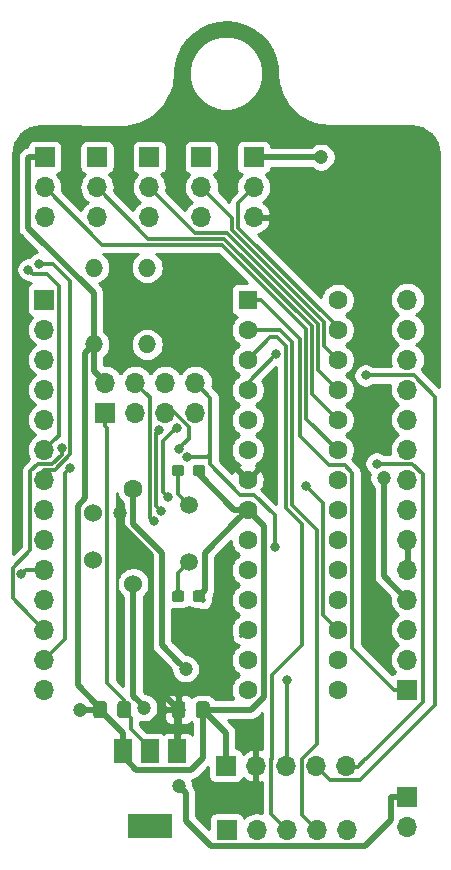
<source format=gbr>
G04 #@! TF.GenerationSoftware,KiCad,Pcbnew,(5.1.4-0-10_14)*
G04 #@! TF.CreationDate,2020-05-04T21:59:13+12:00*
G04 #@! TF.ProjectId,Hand Mesurement Device,48616e64-204d-4657-9375-72656d656e74,rev?*
G04 #@! TF.SameCoordinates,Original*
G04 #@! TF.FileFunction,Copper,L2,Bot*
G04 #@! TF.FilePolarity,Positive*
%FSLAX46Y46*%
G04 Gerber Fmt 4.6, Leading zero omitted, Abs format (unit mm)*
G04 Created by KiCad (PCBNEW (5.1.4-0-10_14)) date 2020-05-04 21:59:13*
%MOMM*%
%LPD*%
G04 APERTURE LIST*
%ADD10O,1.700000X1.700000*%
%ADD11R,1.700000X1.700000*%
%ADD12R,1.600000X1.600000*%
%ADD13C,1.600000*%
%ADD14C,0.100000*%
%ADD15C,1.150000*%
%ADD16C,0.950000*%
%ADD17O,1.524000X1.524000*%
%ADD18R,3.800000X2.000000*%
%ADD19R,1.500000X2.000000*%
%ADD20C,1.500000*%
%ADD21C,1.524000*%
%ADD22C,1.200000*%
%ADD23C,0.800000*%
%ADD24C,0.300000*%
%ADD25C,0.500000*%
%ADD26C,0.254000*%
G04 APERTURE END LIST*
D10*
X154970000Y-81130000D03*
X154970000Y-83670000D03*
X154970000Y-86210000D03*
X154970000Y-88750000D03*
X154970000Y-91290000D03*
X154970000Y-93830000D03*
X154970000Y-96370000D03*
X154970000Y-98910000D03*
X154970000Y-101450000D03*
X154970000Y-103990000D03*
X154970000Y-106530000D03*
X154970000Y-109070000D03*
X154970000Y-111610000D03*
D11*
X154970000Y-114150000D03*
X124250000Y-81150000D03*
D10*
X124250000Y-83690000D03*
X124250000Y-86230000D03*
X124250000Y-88770000D03*
X124250000Y-91310000D03*
X124250000Y-93850000D03*
X124250000Y-96390000D03*
X124250000Y-98930000D03*
X124250000Y-101470000D03*
X124250000Y-104010000D03*
X124250000Y-106550000D03*
X124250000Y-109090000D03*
X124250000Y-111630000D03*
X124250000Y-114170000D03*
D12*
X141450000Y-81150000D03*
D13*
X141450000Y-83690000D03*
X141450000Y-86230000D03*
X141450000Y-88770000D03*
X141450000Y-91310000D03*
X141450000Y-93850000D03*
X141450000Y-96390000D03*
X141450000Y-98930000D03*
X141450000Y-101470000D03*
X141450000Y-104010000D03*
X141450000Y-106550000D03*
X141450000Y-109090000D03*
X141450000Y-111630000D03*
X141450000Y-114170000D03*
X149070000Y-114170000D03*
X149070000Y-111630000D03*
X149070000Y-109090000D03*
X149070000Y-106550000D03*
X149070000Y-104010000D03*
X149070000Y-101470000D03*
X149070000Y-98930000D03*
X149070000Y-96390000D03*
X149070000Y-93850000D03*
X149070000Y-91310000D03*
X149070000Y-88770000D03*
X149070000Y-86230000D03*
X149070000Y-83690000D03*
X149070000Y-81150000D03*
D11*
X129400000Y-90700000D03*
D10*
X129400000Y-88160000D03*
X131940000Y-90700000D03*
X131940000Y-88160000D03*
X134480000Y-90700000D03*
X134480000Y-88160000D03*
X137020000Y-90700000D03*
X137020000Y-88160000D03*
D14*
G36*
X135954506Y-115151204D02*
G01*
X135978774Y-115154804D01*
X136002573Y-115160765D01*
X136025672Y-115169030D01*
X136047851Y-115179520D01*
X136068894Y-115192132D01*
X136088600Y-115206747D01*
X136106778Y-115223223D01*
X136123254Y-115241401D01*
X136137869Y-115261107D01*
X136150481Y-115282150D01*
X136160971Y-115304329D01*
X136169236Y-115327428D01*
X136175197Y-115351227D01*
X136178797Y-115375495D01*
X136180001Y-115399999D01*
X136180001Y-116300001D01*
X136178797Y-116324505D01*
X136175197Y-116348773D01*
X136169236Y-116372572D01*
X136160971Y-116395671D01*
X136150481Y-116417850D01*
X136137869Y-116438893D01*
X136123254Y-116458599D01*
X136106778Y-116476777D01*
X136088600Y-116493253D01*
X136068894Y-116507868D01*
X136047851Y-116520480D01*
X136025672Y-116530970D01*
X136002573Y-116539235D01*
X135978774Y-116545196D01*
X135954506Y-116548796D01*
X135930002Y-116550000D01*
X135280000Y-116550000D01*
X135255496Y-116548796D01*
X135231228Y-116545196D01*
X135207429Y-116539235D01*
X135184330Y-116530970D01*
X135162151Y-116520480D01*
X135141108Y-116507868D01*
X135121402Y-116493253D01*
X135103224Y-116476777D01*
X135086748Y-116458599D01*
X135072133Y-116438893D01*
X135059521Y-116417850D01*
X135049031Y-116395671D01*
X135040766Y-116372572D01*
X135034805Y-116348773D01*
X135031205Y-116324505D01*
X135030001Y-116300001D01*
X135030001Y-115399999D01*
X135031205Y-115375495D01*
X135034805Y-115351227D01*
X135040766Y-115327428D01*
X135049031Y-115304329D01*
X135059521Y-115282150D01*
X135072133Y-115261107D01*
X135086748Y-115241401D01*
X135103224Y-115223223D01*
X135121402Y-115206747D01*
X135141108Y-115192132D01*
X135162151Y-115179520D01*
X135184330Y-115169030D01*
X135207429Y-115160765D01*
X135231228Y-115154804D01*
X135255496Y-115151204D01*
X135280000Y-115150000D01*
X135930002Y-115150000D01*
X135954506Y-115151204D01*
X135954506Y-115151204D01*
G37*
D15*
X135605001Y-115850000D03*
D14*
G36*
X138004506Y-115151204D02*
G01*
X138028774Y-115154804D01*
X138052573Y-115160765D01*
X138075672Y-115169030D01*
X138097851Y-115179520D01*
X138118894Y-115192132D01*
X138138600Y-115206747D01*
X138156778Y-115223223D01*
X138173254Y-115241401D01*
X138187869Y-115261107D01*
X138200481Y-115282150D01*
X138210971Y-115304329D01*
X138219236Y-115327428D01*
X138225197Y-115351227D01*
X138228797Y-115375495D01*
X138230001Y-115399999D01*
X138230001Y-116300001D01*
X138228797Y-116324505D01*
X138225197Y-116348773D01*
X138219236Y-116372572D01*
X138210971Y-116395671D01*
X138200481Y-116417850D01*
X138187869Y-116438893D01*
X138173254Y-116458599D01*
X138156778Y-116476777D01*
X138138600Y-116493253D01*
X138118894Y-116507868D01*
X138097851Y-116520480D01*
X138075672Y-116530970D01*
X138052573Y-116539235D01*
X138028774Y-116545196D01*
X138004506Y-116548796D01*
X137980002Y-116550000D01*
X137330000Y-116550000D01*
X137305496Y-116548796D01*
X137281228Y-116545196D01*
X137257429Y-116539235D01*
X137234330Y-116530970D01*
X137212151Y-116520480D01*
X137191108Y-116507868D01*
X137171402Y-116493253D01*
X137153224Y-116476777D01*
X137136748Y-116458599D01*
X137122133Y-116438893D01*
X137109521Y-116417850D01*
X137099031Y-116395671D01*
X137090766Y-116372572D01*
X137084805Y-116348773D01*
X137081205Y-116324505D01*
X137080001Y-116300001D01*
X137080001Y-115399999D01*
X137081205Y-115375495D01*
X137084805Y-115351227D01*
X137090766Y-115327428D01*
X137099031Y-115304329D01*
X137109521Y-115282150D01*
X137122133Y-115261107D01*
X137136748Y-115241401D01*
X137153224Y-115223223D01*
X137171402Y-115206747D01*
X137191108Y-115192132D01*
X137212151Y-115179520D01*
X137234330Y-115169030D01*
X137257429Y-115160765D01*
X137281228Y-115154804D01*
X137305496Y-115151204D01*
X137330000Y-115150000D01*
X137980002Y-115150000D01*
X138004506Y-115151204D01*
X138004506Y-115151204D01*
G37*
D15*
X137655001Y-115850000D03*
D14*
G36*
X135889112Y-95126144D02*
G01*
X135912167Y-95129563D01*
X135934776Y-95135227D01*
X135956720Y-95143079D01*
X135977790Y-95153044D01*
X135997781Y-95165026D01*
X136016501Y-95178910D01*
X136033771Y-95194562D01*
X136049423Y-95211832D01*
X136063307Y-95230552D01*
X136075289Y-95250543D01*
X136085254Y-95271613D01*
X136093106Y-95293557D01*
X136098770Y-95316166D01*
X136102189Y-95339221D01*
X136103333Y-95362500D01*
X136103333Y-95837500D01*
X136102189Y-95860779D01*
X136098770Y-95883834D01*
X136093106Y-95906443D01*
X136085254Y-95928387D01*
X136075289Y-95949457D01*
X136063307Y-95969448D01*
X136049423Y-95988168D01*
X136033771Y-96005438D01*
X136016501Y-96021090D01*
X135997781Y-96034974D01*
X135977790Y-96046956D01*
X135956720Y-96056921D01*
X135934776Y-96064773D01*
X135912167Y-96070437D01*
X135889112Y-96073856D01*
X135865833Y-96075000D01*
X135290833Y-96075000D01*
X135267554Y-96073856D01*
X135244499Y-96070437D01*
X135221890Y-96064773D01*
X135199946Y-96056921D01*
X135178876Y-96046956D01*
X135158885Y-96034974D01*
X135140165Y-96021090D01*
X135122895Y-96005438D01*
X135107243Y-95988168D01*
X135093359Y-95969448D01*
X135081377Y-95949457D01*
X135071412Y-95928387D01*
X135063560Y-95906443D01*
X135057896Y-95883834D01*
X135054477Y-95860779D01*
X135053333Y-95837500D01*
X135053333Y-95362500D01*
X135054477Y-95339221D01*
X135057896Y-95316166D01*
X135063560Y-95293557D01*
X135071412Y-95271613D01*
X135081377Y-95250543D01*
X135093359Y-95230552D01*
X135107243Y-95211832D01*
X135122895Y-95194562D01*
X135140165Y-95178910D01*
X135158885Y-95165026D01*
X135178876Y-95153044D01*
X135199946Y-95143079D01*
X135221890Y-95135227D01*
X135244499Y-95129563D01*
X135267554Y-95126144D01*
X135290833Y-95125000D01*
X135865833Y-95125000D01*
X135889112Y-95126144D01*
X135889112Y-95126144D01*
G37*
D16*
X135578333Y-95600000D03*
D14*
G36*
X137639112Y-95126144D02*
G01*
X137662167Y-95129563D01*
X137684776Y-95135227D01*
X137706720Y-95143079D01*
X137727790Y-95153044D01*
X137747781Y-95165026D01*
X137766501Y-95178910D01*
X137783771Y-95194562D01*
X137799423Y-95211832D01*
X137813307Y-95230552D01*
X137825289Y-95250543D01*
X137835254Y-95271613D01*
X137843106Y-95293557D01*
X137848770Y-95316166D01*
X137852189Y-95339221D01*
X137853333Y-95362500D01*
X137853333Y-95837500D01*
X137852189Y-95860779D01*
X137848770Y-95883834D01*
X137843106Y-95906443D01*
X137835254Y-95928387D01*
X137825289Y-95949457D01*
X137813307Y-95969448D01*
X137799423Y-95988168D01*
X137783771Y-96005438D01*
X137766501Y-96021090D01*
X137747781Y-96034974D01*
X137727790Y-96046956D01*
X137706720Y-96056921D01*
X137684776Y-96064773D01*
X137662167Y-96070437D01*
X137639112Y-96073856D01*
X137615833Y-96075000D01*
X137040833Y-96075000D01*
X137017554Y-96073856D01*
X136994499Y-96070437D01*
X136971890Y-96064773D01*
X136949946Y-96056921D01*
X136928876Y-96046956D01*
X136908885Y-96034974D01*
X136890165Y-96021090D01*
X136872895Y-96005438D01*
X136857243Y-95988168D01*
X136843359Y-95969448D01*
X136831377Y-95949457D01*
X136821412Y-95928387D01*
X136813560Y-95906443D01*
X136807896Y-95883834D01*
X136804477Y-95860779D01*
X136803333Y-95837500D01*
X136803333Y-95362500D01*
X136804477Y-95339221D01*
X136807896Y-95316166D01*
X136813560Y-95293557D01*
X136821412Y-95271613D01*
X136831377Y-95250543D01*
X136843359Y-95230552D01*
X136857243Y-95211832D01*
X136872895Y-95194562D01*
X136890165Y-95178910D01*
X136908885Y-95165026D01*
X136928876Y-95153044D01*
X136949946Y-95143079D01*
X136971890Y-95135227D01*
X136994499Y-95129563D01*
X137017554Y-95126144D01*
X137040833Y-95125000D01*
X137615833Y-95125000D01*
X137639112Y-95126144D01*
X137639112Y-95126144D01*
G37*
D16*
X137328333Y-95600000D03*
D14*
G36*
X137639112Y-105766144D02*
G01*
X137662167Y-105769563D01*
X137684776Y-105775227D01*
X137706720Y-105783079D01*
X137727790Y-105793044D01*
X137747781Y-105805026D01*
X137766501Y-105818910D01*
X137783771Y-105834562D01*
X137799423Y-105851832D01*
X137813307Y-105870552D01*
X137825289Y-105890543D01*
X137835254Y-105911613D01*
X137843106Y-105933557D01*
X137848770Y-105956166D01*
X137852189Y-105979221D01*
X137853333Y-106002500D01*
X137853333Y-106477500D01*
X137852189Y-106500779D01*
X137848770Y-106523834D01*
X137843106Y-106546443D01*
X137835254Y-106568387D01*
X137825289Y-106589457D01*
X137813307Y-106609448D01*
X137799423Y-106628168D01*
X137783771Y-106645438D01*
X137766501Y-106661090D01*
X137747781Y-106674974D01*
X137727790Y-106686956D01*
X137706720Y-106696921D01*
X137684776Y-106704773D01*
X137662167Y-106710437D01*
X137639112Y-106713856D01*
X137615833Y-106715000D01*
X137040833Y-106715000D01*
X137017554Y-106713856D01*
X136994499Y-106710437D01*
X136971890Y-106704773D01*
X136949946Y-106696921D01*
X136928876Y-106686956D01*
X136908885Y-106674974D01*
X136890165Y-106661090D01*
X136872895Y-106645438D01*
X136857243Y-106628168D01*
X136843359Y-106609448D01*
X136831377Y-106589457D01*
X136821412Y-106568387D01*
X136813560Y-106546443D01*
X136807896Y-106523834D01*
X136804477Y-106500779D01*
X136803333Y-106477500D01*
X136803333Y-106002500D01*
X136804477Y-105979221D01*
X136807896Y-105956166D01*
X136813560Y-105933557D01*
X136821412Y-105911613D01*
X136831377Y-105890543D01*
X136843359Y-105870552D01*
X136857243Y-105851832D01*
X136872895Y-105834562D01*
X136890165Y-105818910D01*
X136908885Y-105805026D01*
X136928876Y-105793044D01*
X136949946Y-105783079D01*
X136971890Y-105775227D01*
X136994499Y-105769563D01*
X137017554Y-105766144D01*
X137040833Y-105765000D01*
X137615833Y-105765000D01*
X137639112Y-105766144D01*
X137639112Y-105766144D01*
G37*
D16*
X137328333Y-106240000D03*
D14*
G36*
X135889112Y-105766144D02*
G01*
X135912167Y-105769563D01*
X135934776Y-105775227D01*
X135956720Y-105783079D01*
X135977790Y-105793044D01*
X135997781Y-105805026D01*
X136016501Y-105818910D01*
X136033771Y-105834562D01*
X136049423Y-105851832D01*
X136063307Y-105870552D01*
X136075289Y-105890543D01*
X136085254Y-105911613D01*
X136093106Y-105933557D01*
X136098770Y-105956166D01*
X136102189Y-105979221D01*
X136103333Y-106002500D01*
X136103333Y-106477500D01*
X136102189Y-106500779D01*
X136098770Y-106523834D01*
X136093106Y-106546443D01*
X136085254Y-106568387D01*
X136075289Y-106589457D01*
X136063307Y-106609448D01*
X136049423Y-106628168D01*
X136033771Y-106645438D01*
X136016501Y-106661090D01*
X135997781Y-106674974D01*
X135977790Y-106686956D01*
X135956720Y-106696921D01*
X135934776Y-106704773D01*
X135912167Y-106710437D01*
X135889112Y-106713856D01*
X135865833Y-106715000D01*
X135290833Y-106715000D01*
X135267554Y-106713856D01*
X135244499Y-106710437D01*
X135221890Y-106704773D01*
X135199946Y-106696921D01*
X135178876Y-106686956D01*
X135158885Y-106674974D01*
X135140165Y-106661090D01*
X135122895Y-106645438D01*
X135107243Y-106628168D01*
X135093359Y-106609448D01*
X135081377Y-106589457D01*
X135071412Y-106568387D01*
X135063560Y-106546443D01*
X135057896Y-106523834D01*
X135054477Y-106500779D01*
X135053333Y-106477500D01*
X135053333Y-106002500D01*
X135054477Y-105979221D01*
X135057896Y-105956166D01*
X135063560Y-105933557D01*
X135071412Y-105911613D01*
X135081377Y-105890543D01*
X135093359Y-105870552D01*
X135107243Y-105851832D01*
X135122895Y-105834562D01*
X135140165Y-105818910D01*
X135158885Y-105805026D01*
X135178876Y-105793044D01*
X135199946Y-105783079D01*
X135221890Y-105775227D01*
X135244499Y-105769563D01*
X135267554Y-105766144D01*
X135290833Y-105765000D01*
X135865833Y-105765000D01*
X135889112Y-105766144D01*
X135889112Y-105766144D01*
G37*
D16*
X135578333Y-106240000D03*
D11*
X124275000Y-69075000D03*
D10*
X124275000Y-71615000D03*
X124275000Y-74155000D03*
X128698750Y-74155000D03*
X128698750Y-71615000D03*
D11*
X128698750Y-69075000D03*
X133122500Y-69075000D03*
D10*
X133122500Y-71615000D03*
X133122500Y-74155000D03*
X137546250Y-74155000D03*
X137546250Y-71615000D03*
D11*
X137546250Y-69075000D03*
X141970000Y-69075000D03*
D10*
X141970000Y-71615000D03*
X141970000Y-74155000D03*
D17*
X132952200Y-78428800D03*
X132952200Y-84931200D03*
X128431000Y-78428800D03*
X128431000Y-84931200D03*
D18*
X133205000Y-125675000D03*
D19*
X133205000Y-119375000D03*
X135505000Y-119375000D03*
X130905000Y-119375000D03*
D20*
X136453332Y-103370000D03*
X136453332Y-98490000D03*
D11*
X154980000Y-123235000D03*
D10*
X154980000Y-125775000D03*
D11*
X139610000Y-120590000D03*
D10*
X142150000Y-120590000D03*
X144690000Y-120590000D03*
X147230000Y-120590000D03*
X149770000Y-120590000D03*
D14*
G36*
X129304504Y-115151204D02*
G01*
X129328772Y-115154804D01*
X129352571Y-115160765D01*
X129375670Y-115169030D01*
X129397849Y-115179520D01*
X129418892Y-115192132D01*
X129438598Y-115206747D01*
X129456776Y-115223223D01*
X129473252Y-115241401D01*
X129487867Y-115261107D01*
X129500479Y-115282150D01*
X129510969Y-115304329D01*
X129519234Y-115327428D01*
X129525195Y-115351227D01*
X129528795Y-115375495D01*
X129529999Y-115399999D01*
X129529999Y-116300001D01*
X129528795Y-116324505D01*
X129525195Y-116348773D01*
X129519234Y-116372572D01*
X129510969Y-116395671D01*
X129500479Y-116417850D01*
X129487867Y-116438893D01*
X129473252Y-116458599D01*
X129456776Y-116476777D01*
X129438598Y-116493253D01*
X129418892Y-116507868D01*
X129397849Y-116520480D01*
X129375670Y-116530970D01*
X129352571Y-116539235D01*
X129328772Y-116545196D01*
X129304504Y-116548796D01*
X129280000Y-116550000D01*
X128629998Y-116550000D01*
X128605494Y-116548796D01*
X128581226Y-116545196D01*
X128557427Y-116539235D01*
X128534328Y-116530970D01*
X128512149Y-116520480D01*
X128491106Y-116507868D01*
X128471400Y-116493253D01*
X128453222Y-116476777D01*
X128436746Y-116458599D01*
X128422131Y-116438893D01*
X128409519Y-116417850D01*
X128399029Y-116395671D01*
X128390764Y-116372572D01*
X128384803Y-116348773D01*
X128381203Y-116324505D01*
X128379999Y-116300001D01*
X128379999Y-115399999D01*
X128381203Y-115375495D01*
X128384803Y-115351227D01*
X128390764Y-115327428D01*
X128399029Y-115304329D01*
X128409519Y-115282150D01*
X128422131Y-115261107D01*
X128436746Y-115241401D01*
X128453222Y-115223223D01*
X128471400Y-115206747D01*
X128491106Y-115192132D01*
X128512149Y-115179520D01*
X128534328Y-115169030D01*
X128557427Y-115160765D01*
X128581226Y-115154804D01*
X128605494Y-115151204D01*
X128629998Y-115150000D01*
X129280000Y-115150000D01*
X129304504Y-115151204D01*
X129304504Y-115151204D01*
G37*
D15*
X128954999Y-115850000D03*
D14*
G36*
X131354504Y-115151204D02*
G01*
X131378772Y-115154804D01*
X131402571Y-115160765D01*
X131425670Y-115169030D01*
X131447849Y-115179520D01*
X131468892Y-115192132D01*
X131488598Y-115206747D01*
X131506776Y-115223223D01*
X131523252Y-115241401D01*
X131537867Y-115261107D01*
X131550479Y-115282150D01*
X131560969Y-115304329D01*
X131569234Y-115327428D01*
X131575195Y-115351227D01*
X131578795Y-115375495D01*
X131579999Y-115399999D01*
X131579999Y-116300001D01*
X131578795Y-116324505D01*
X131575195Y-116348773D01*
X131569234Y-116372572D01*
X131560969Y-116395671D01*
X131550479Y-116417850D01*
X131537867Y-116438893D01*
X131523252Y-116458599D01*
X131506776Y-116476777D01*
X131488598Y-116493253D01*
X131468892Y-116507868D01*
X131447849Y-116520480D01*
X131425670Y-116530970D01*
X131402571Y-116539235D01*
X131378772Y-116545196D01*
X131354504Y-116548796D01*
X131330000Y-116550000D01*
X130679998Y-116550000D01*
X130655494Y-116548796D01*
X130631226Y-116545196D01*
X130607427Y-116539235D01*
X130584328Y-116530970D01*
X130562149Y-116520480D01*
X130541106Y-116507868D01*
X130521400Y-116493253D01*
X130503222Y-116476777D01*
X130486746Y-116458599D01*
X130472131Y-116438893D01*
X130459519Y-116417850D01*
X130449029Y-116395671D01*
X130440764Y-116372572D01*
X130434803Y-116348773D01*
X130431203Y-116324505D01*
X130429999Y-116300001D01*
X130429999Y-115399999D01*
X130431203Y-115375495D01*
X130434803Y-115351227D01*
X130440764Y-115327428D01*
X130449029Y-115304329D01*
X130459519Y-115282150D01*
X130472131Y-115261107D01*
X130486746Y-115241401D01*
X130503222Y-115223223D01*
X130521400Y-115206747D01*
X130541106Y-115192132D01*
X130562149Y-115179520D01*
X130584328Y-115169030D01*
X130607427Y-115160765D01*
X130631226Y-115154804D01*
X130655494Y-115151204D01*
X130679998Y-115150000D01*
X131330000Y-115150000D01*
X131354504Y-115151204D01*
X131354504Y-115151204D01*
G37*
D15*
X131004999Y-115850000D03*
D13*
X131768916Y-97200000D03*
D21*
X128368916Y-99200000D03*
X128368916Y-103200000D03*
X131768916Y-105200000D03*
D11*
X139675000Y-126025000D03*
D10*
X142215000Y-126025000D03*
X144755000Y-126025000D03*
X147295000Y-126025000D03*
X149835000Y-126025000D03*
D22*
X127300000Y-115850000D03*
X147675000Y-69075000D03*
X153000000Y-96200000D03*
X137108100Y-78791900D03*
X137824990Y-113875010D03*
X130630927Y-99200000D03*
X132670000Y-115690000D03*
X135610000Y-122320000D03*
D23*
X143875000Y-85775000D03*
X151450001Y-87549999D03*
X152369999Y-95030001D03*
X122900000Y-78600000D03*
X123825000Y-78100000D03*
X144774747Y-113375253D03*
X133975000Y-92200000D03*
X134125000Y-99000000D03*
X133500000Y-99900000D03*
X122299997Y-104400000D03*
X125699990Y-93695697D03*
X146403230Y-96922332D03*
X135606066Y-93800011D03*
X143750011Y-102075000D03*
X126379608Y-95431532D03*
X136349799Y-94468506D03*
X134725000Y-97850000D03*
X135479370Y-91979190D03*
D22*
X136199625Y-112400010D03*
D24*
X135578333Y-97615000D02*
X136453333Y-98490000D01*
X135578333Y-95600000D02*
X135578333Y-97615000D01*
D25*
X129104999Y-115850000D02*
X128479999Y-115850000D01*
X128479999Y-115850000D02*
X127300000Y-115850000D01*
X127300000Y-115850000D02*
X127300000Y-115850000D01*
X137655001Y-106566668D02*
X137328333Y-106240000D01*
X137827405Y-102552595D02*
X140650001Y-99729999D01*
X137827405Y-105740928D02*
X137827405Y-102552595D01*
X140650001Y-99729999D02*
X141450000Y-98930000D01*
X137328333Y-106240000D02*
X137827405Y-105740928D01*
X128431000Y-87181000D02*
X129380000Y-88130000D01*
X128431000Y-84931200D02*
X128431000Y-87181000D01*
X140318630Y-98930000D02*
X137328333Y-95939703D01*
X141450000Y-98930000D02*
X140318630Y-98930000D01*
X137328333Y-95939703D02*
X137328333Y-95600000D01*
X136695001Y-120925001D02*
X137655001Y-119965001D01*
X130905000Y-119815002D02*
X132014999Y-120925001D01*
X137655001Y-116650000D02*
X137655001Y-115850000D01*
X137655001Y-119965001D02*
X137655001Y-116650000D01*
X142800001Y-100280001D02*
X142249999Y-99729999D01*
X142800001Y-114818001D02*
X142800001Y-100280001D01*
X142249999Y-99729999D02*
X141450000Y-98930000D01*
X141768002Y-115850000D02*
X142800001Y-114818001D01*
X137655001Y-115850000D02*
X141768002Y-115850000D01*
X122874999Y-69125001D02*
X122874999Y-75035035D01*
X124275000Y-69075000D02*
X122925000Y-69075000D01*
X128431000Y-80591036D02*
X128431000Y-83853570D01*
X122874999Y-75035035D02*
X128431000Y-80591036D01*
X122925000Y-69075000D02*
X122874999Y-69125001D01*
X128431000Y-83853570D02*
X128431000Y-84931200D01*
X128605927Y-115350928D02*
X129104999Y-115850000D01*
X127056915Y-113801916D02*
X128605927Y-115350928D01*
X127056915Y-98570239D02*
X127056915Y-113801916D01*
X127669001Y-97958153D02*
X127056915Y-98570239D01*
X127669001Y-85693199D02*
X127669001Y-97958153D01*
X128431000Y-84931200D02*
X127669001Y-85693199D01*
X130905000Y-117800001D02*
X128954999Y-115850000D01*
X130905000Y-119375000D02*
X130905000Y-117800001D01*
X147675000Y-69075000D02*
X141970000Y-69075000D01*
X153000000Y-96200000D02*
X153000000Y-97048528D01*
X153007500Y-97056028D02*
X153007500Y-104567500D01*
X153000000Y-97048528D02*
X153007500Y-97056028D01*
X153007500Y-104567500D02*
X154970000Y-106530000D01*
X132014999Y-120925001D02*
X136695001Y-120925001D01*
X139610000Y-117804999D02*
X139610000Y-120590000D01*
X137655001Y-115850000D02*
X139610000Y-117804999D01*
D24*
X135578333Y-104245000D02*
X135578333Y-106240000D01*
X136453333Y-103370000D02*
X135578333Y-104245000D01*
X131004999Y-115050000D02*
X129580917Y-113625918D01*
X131004999Y-115850000D02*
X131004999Y-115050000D01*
X129400000Y-91850000D02*
X129580917Y-92030917D01*
X129400000Y-90700000D02*
X129400000Y-91850000D01*
X129580917Y-92030917D02*
X129580917Y-113625918D01*
X130854999Y-115850000D02*
X131594999Y-116590000D01*
X131594999Y-117514999D02*
X133205000Y-119125000D01*
X133205000Y-119125000D02*
X133205000Y-119375000D01*
X131594999Y-116590000D02*
X131594999Y-117514999D01*
D25*
X137708099Y-79391899D02*
X137741899Y-79391899D01*
X137108100Y-78791900D02*
X137708099Y-79391899D01*
X140650001Y-95590001D02*
X141450000Y-96390000D01*
X139599988Y-81249988D02*
X139599988Y-94539988D01*
X139599988Y-94539988D02*
X140650001Y-95590001D01*
X137741899Y-79391899D02*
X139599988Y-81249988D01*
X135505000Y-115950001D02*
X135605001Y-115850000D01*
X135505000Y-119375000D02*
X135505000Y-115950001D01*
X134650000Y-114894999D02*
X134650000Y-114723538D01*
X135605001Y-115850000D02*
X134650000Y-114894999D01*
X134650000Y-114723538D02*
X134650000Y-113875010D01*
X134650000Y-113875010D02*
X137824990Y-113875010D01*
X137924990Y-113875010D02*
X137924990Y-113875010D01*
X137824990Y-113875010D02*
X137924990Y-113875010D01*
X133250000Y-112475010D02*
X133250000Y-102748528D01*
X130630927Y-100129455D02*
X130630927Y-100048528D01*
X133250000Y-102748528D02*
X130630927Y-100129455D01*
X130630927Y-100048528D02*
X130630927Y-99200000D01*
X134650000Y-113875010D02*
X133250000Y-112475010D01*
X131768916Y-114703925D02*
X131768916Y-105200000D01*
X132645001Y-115580010D02*
X131768916Y-114703925D01*
X132645001Y-115581482D02*
X132645001Y-115580010D01*
X132670000Y-115690000D02*
X132645001Y-115581482D01*
X153630000Y-123235000D02*
X154980000Y-123235000D01*
X153579999Y-123285001D02*
X153630000Y-123235000D01*
X153579999Y-125227003D02*
X153579999Y-123285001D01*
X151382001Y-127425001D02*
X153579999Y-125227003D01*
X135610000Y-122320000D02*
X136209999Y-122919999D01*
X136209999Y-125250001D02*
X138384999Y-127425001D01*
X138384999Y-127425001D02*
X151382001Y-127425001D01*
X136209999Y-122919999D02*
X136209999Y-125250001D01*
D24*
X144190000Y-83690000D02*
X145225000Y-84725000D01*
X141450000Y-83690000D02*
X144190000Y-83690000D01*
X145225000Y-84725000D02*
X145225000Y-98550000D01*
X145225000Y-98550000D02*
X147319988Y-100644988D01*
X147319988Y-100644988D02*
X147319988Y-118724010D01*
X146445001Y-125175001D02*
X147295000Y-126025000D01*
X146029999Y-124759999D02*
X146445001Y-125175001D01*
X146029999Y-120013999D02*
X146029999Y-124759999D01*
X147319988Y-118724010D02*
X146029999Y-120013999D01*
X144675000Y-98750000D02*
X146040001Y-100115001D01*
X144675000Y-85025000D02*
X144675000Y-98750000D01*
X143950000Y-84300000D02*
X144675000Y-85025000D01*
X143380000Y-84300000D02*
X143950000Y-84300000D01*
X141450000Y-86230000D02*
X143380000Y-84300000D01*
X146040001Y-100115001D02*
X146040001Y-110389999D01*
X143450001Y-124720001D02*
X143905001Y-125175001D01*
X143450001Y-120053997D02*
X143450001Y-124720001D01*
X143500012Y-120003986D02*
X143450001Y-120053997D01*
X143905001Y-125175001D02*
X144755000Y-126025000D01*
X143500012Y-112929988D02*
X143500012Y-120003986D01*
X146040001Y-110389999D02*
X143500012Y-112929988D01*
X155546001Y-87549999D02*
X151450001Y-87549999D01*
X157350000Y-89353998D02*
X155546001Y-87549999D01*
X157350000Y-115446002D02*
X157350000Y-89353998D01*
X151450001Y-87549999D02*
X151450001Y-87549999D01*
X141450000Y-88200000D02*
X141450000Y-88770000D01*
X143875000Y-85775000D02*
X141450000Y-88200000D01*
X157350000Y-115446002D02*
X151006001Y-121790001D01*
X148430001Y-121790001D02*
X147230000Y-120590000D01*
X151006001Y-121790001D02*
X148430001Y-121790001D01*
X155406003Y-95030001D02*
X152369999Y-95030001D01*
X153640001Y-117810001D02*
X156270001Y-115180001D01*
X156270001Y-95893999D02*
X155406003Y-95030001D01*
X156270001Y-115180001D02*
X156270001Y-95893999D01*
X153640001Y-117810001D02*
X153640001Y-117829999D01*
X153640001Y-117829999D02*
X151440000Y-120030000D01*
X151440000Y-120030000D02*
X151410000Y-120030000D01*
X151410000Y-120030000D02*
X150770000Y-120670000D01*
X149850000Y-120670000D02*
X149770000Y-120590000D01*
X150770000Y-120670000D02*
X149850000Y-120670000D01*
X125450001Y-92649999D02*
X125099999Y-93000001D01*
X122900000Y-78600000D02*
X123299999Y-78999999D01*
X123299999Y-78999999D02*
X124430001Y-78999999D01*
X125099999Y-93000001D02*
X124250000Y-93850000D01*
X125450001Y-80019999D02*
X125450001Y-92649999D01*
X124430001Y-78999999D02*
X125450001Y-80019999D01*
X140890000Y-109650000D02*
X141450000Y-109090000D01*
X124950000Y-78100000D02*
X123825000Y-78100000D01*
X124250000Y-96390000D02*
X124250000Y-95550011D01*
X124250000Y-95550011D02*
X125118481Y-95550011D01*
X126449991Y-94218501D02*
X126449991Y-79599991D01*
X125118481Y-95550011D02*
X126449991Y-94218501D01*
X126449991Y-79599991D02*
X124950000Y-78100000D01*
X141270000Y-111450000D02*
X141450000Y-111630000D01*
X144774747Y-120505253D02*
X144690000Y-120590000D01*
X144774747Y-113375253D02*
X144774747Y-120505253D01*
X134125000Y-99000000D02*
X134125000Y-99000000D01*
X133725001Y-92449999D02*
X133975000Y-92200000D01*
X134125000Y-99000000D02*
X133725001Y-98600001D01*
X133725001Y-98600001D02*
X133725001Y-92449999D01*
X133500000Y-99900000D02*
X133500000Y-99900000D01*
X132789999Y-89009999D02*
X131940000Y-88160000D01*
X133500000Y-99900000D02*
X133200011Y-99600011D01*
X133200011Y-89420011D02*
X132789999Y-89009999D01*
X133200011Y-99600011D02*
X133200011Y-89420011D01*
X124035000Y-104225000D02*
X124250000Y-104010000D01*
X122689997Y-104010000D02*
X122299997Y-104400000D01*
X124250000Y-104010000D02*
X122689997Y-104010000D01*
X123049999Y-95674001D02*
X123673999Y-95050001D01*
X124250000Y-109090000D02*
X123049999Y-107889999D01*
X124625001Y-95050001D02*
X124826001Y-95050001D01*
X123673999Y-95050001D02*
X124625001Y-95050001D01*
X124911371Y-95050001D02*
X125699990Y-94261382D01*
X124625001Y-95050001D02*
X124911371Y-95050001D01*
X125699990Y-94261382D02*
X125699990Y-93695697D01*
X149070000Y-109090000D02*
X147819999Y-107839999D01*
X146803229Y-97322331D02*
X146403230Y-96922332D01*
X147819999Y-107839999D02*
X147819999Y-98339101D01*
X147819999Y-98339101D02*
X146803229Y-97322331D01*
X123049999Y-107889999D02*
X123014999Y-107889999D01*
X123049999Y-107889999D02*
X123039999Y-107889999D01*
X121549987Y-106399987D02*
X121549987Y-103875013D01*
X123039999Y-107889999D02*
X121549987Y-106399987D01*
X123049999Y-102375001D02*
X123049999Y-95674001D01*
X121549987Y-103875013D02*
X123049999Y-102375001D01*
X136485583Y-92920494D02*
X136006065Y-93400012D01*
X134460000Y-90670000D02*
X135240680Y-90670000D01*
X136006065Y-93400012D02*
X135606066Y-93800011D01*
X136485583Y-91914903D02*
X136485583Y-92920494D01*
X135240680Y-90670000D02*
X136485583Y-91914903D01*
X137000000Y-88130000D02*
X138303343Y-89433343D01*
X138303343Y-95093345D02*
X140849999Y-97640001D01*
X140849999Y-97640001D02*
X142010003Y-97640001D01*
X143750011Y-99380009D02*
X143750011Y-101509315D01*
X143750011Y-101509315D02*
X143750011Y-102075000D01*
X142010003Y-97640001D02*
X143750011Y-99380009D01*
X138303343Y-89433343D02*
X138303343Y-94203343D01*
X138303343Y-94203343D02*
X138303343Y-95093345D01*
X126379608Y-95431532D02*
X125979609Y-95831531D01*
X125979609Y-95831531D02*
X125979609Y-109900391D01*
X125979609Y-109900391D02*
X125099999Y-110780001D01*
X125099999Y-110780001D02*
X124250000Y-111630000D01*
X136915484Y-94468506D02*
X136349799Y-94468506D01*
X138303343Y-94203343D02*
X138038180Y-94468506D01*
X138038180Y-94468506D02*
X136915484Y-94468506D01*
X134325001Y-93133559D02*
X135079371Y-92379189D01*
X135079371Y-92379189D02*
X135479370Y-91979190D01*
X134325001Y-97450001D02*
X134325001Y-93133559D01*
X134725000Y-97850000D02*
X134325001Y-97450001D01*
X149070000Y-83441512D02*
X149070000Y-83690000D01*
X140669999Y-75041511D02*
X149070000Y-83441512D01*
X140669999Y-72915001D02*
X140669999Y-75041511D01*
X141970000Y-71615000D02*
X140669999Y-72915001D01*
X148270001Y-85430001D02*
X149070000Y-86230000D01*
X147919999Y-85079999D02*
X148270001Y-85430001D01*
X140169988Y-75248622D02*
X147919999Y-82998633D01*
X137546250Y-71615000D02*
X140169988Y-74238738D01*
X147919999Y-82998633D02*
X147919999Y-85079999D01*
X140169988Y-74238738D02*
X140169988Y-75248622D01*
X133122500Y-71615000D02*
X136982478Y-75474978D01*
X147419988Y-85515808D02*
X147425022Y-85520842D01*
X148270001Y-87970001D02*
X149070000Y-88770000D01*
X147425022Y-87125022D02*
X148270001Y-87970001D01*
X139689222Y-75474978D02*
X147419990Y-83205748D01*
X136982478Y-75474978D02*
X139689222Y-75474978D01*
X147419990Y-83205748D02*
X147419988Y-85515808D01*
X147425022Y-85520842D02*
X147425022Y-87125022D01*
X133058739Y-75974989D02*
X139482112Y-75974990D01*
X146919979Y-83412859D02*
X146919979Y-85722921D01*
X146925011Y-89165011D02*
X148270001Y-90510001D01*
X146919979Y-85722921D02*
X146925011Y-85727953D01*
X139482112Y-75974990D02*
X146919979Y-83412859D01*
X148270001Y-90510001D02*
X149070000Y-91310000D01*
X146925011Y-85727953D02*
X146925011Y-89165011D01*
X128698750Y-71615000D02*
X133058739Y-75974989D01*
X139275000Y-76475000D02*
X146419968Y-83619970D01*
X129135000Y-76475000D02*
X139275000Y-76475000D01*
X146425000Y-91205000D02*
X149070000Y-93850000D01*
X146419968Y-83619970D02*
X146419968Y-85930032D01*
X146425000Y-85935064D02*
X146425000Y-91205000D01*
X124275000Y-71615000D02*
X129135000Y-76475000D01*
X146419968Y-85930032D02*
X146425000Y-85935064D01*
X145900000Y-92675000D02*
X145900000Y-84500000D01*
X148364999Y-95139999D02*
X145900000Y-92675000D01*
X142550000Y-81150000D02*
X141450000Y-81150000D01*
X153820000Y-114150000D02*
X150320001Y-110650001D01*
X150320001Y-110650001D02*
X150320001Y-95789999D01*
X149670001Y-95139999D02*
X148364999Y-95139999D01*
X145900000Y-84500000D02*
X142550000Y-81150000D01*
X150320001Y-95789999D02*
X149670001Y-95139999D01*
X154970000Y-114150000D02*
X153820000Y-114150000D01*
D25*
X136199625Y-112324625D02*
X136199625Y-112324625D01*
X134200000Y-102567142D02*
X134200000Y-110400385D01*
X134200000Y-110400385D02*
X135599626Y-111800011D01*
X131768916Y-97200000D02*
X131768916Y-98331370D01*
X131768916Y-98331370D02*
X131780929Y-98343383D01*
X131780929Y-98343383D02*
X131780929Y-100148071D01*
X131780929Y-100148071D02*
X134200000Y-102567142D01*
X135599626Y-111800011D02*
X136199625Y-112400010D01*
D26*
G36*
X142715013Y-119222189D02*
G01*
X142654099Y-119193175D01*
X142506890Y-119148524D01*
X142277000Y-119269845D01*
X142277000Y-120463000D01*
X142297000Y-120463000D01*
X142297000Y-120717000D01*
X142277000Y-120717000D01*
X142277000Y-121910155D01*
X142506890Y-122031476D01*
X142654099Y-121986825D01*
X142665001Y-121981632D01*
X142665002Y-124609686D01*
X142506111Y-124561487D01*
X142287950Y-124540000D01*
X142142050Y-124540000D01*
X141923889Y-124561487D01*
X141643966Y-124646401D01*
X141385986Y-124784294D01*
X141159866Y-124969866D01*
X141135393Y-124999687D01*
X141114502Y-124930820D01*
X141055537Y-124820506D01*
X140976185Y-124723815D01*
X140879494Y-124644463D01*
X140769180Y-124585498D01*
X140649482Y-124549188D01*
X140525000Y-124536928D01*
X138825000Y-124536928D01*
X138700518Y-124549188D01*
X138580820Y-124585498D01*
X138470506Y-124644463D01*
X138373815Y-124723815D01*
X138294463Y-124820506D01*
X138235498Y-124930820D01*
X138199188Y-125050518D01*
X138186928Y-125175000D01*
X138186928Y-125975351D01*
X137094999Y-124883423D01*
X137094999Y-122963468D01*
X137099280Y-122919999D01*
X137094999Y-122876530D01*
X137094999Y-122876522D01*
X137082194Y-122746509D01*
X137031588Y-122579686D01*
X136949410Y-122425940D01*
X136866531Y-122324952D01*
X136866529Y-122324950D01*
X136845000Y-122298717D01*
X136845000Y-122198363D01*
X136797540Y-121959764D01*
X136735622Y-121810281D01*
X136738470Y-121810001D01*
X136738478Y-121810001D01*
X136868491Y-121797196D01*
X137035314Y-121746590D01*
X137189060Y-121664412D01*
X137323818Y-121553818D01*
X137351535Y-121520045D01*
X138121928Y-120749653D01*
X138121928Y-121440000D01*
X138134188Y-121564482D01*
X138170498Y-121684180D01*
X138229463Y-121794494D01*
X138308815Y-121891185D01*
X138405506Y-121970537D01*
X138515820Y-122029502D01*
X138635518Y-122065812D01*
X138760000Y-122078072D01*
X140460000Y-122078072D01*
X140584482Y-122065812D01*
X140704180Y-122029502D01*
X140814494Y-121970537D01*
X140911185Y-121891185D01*
X140990537Y-121794494D01*
X141049502Y-121684180D01*
X141073966Y-121603534D01*
X141149731Y-121687588D01*
X141383080Y-121861641D01*
X141645901Y-121986825D01*
X141793110Y-122031476D01*
X142023000Y-121910155D01*
X142023000Y-120717000D01*
X142003000Y-120717000D01*
X142003000Y-120463000D01*
X142023000Y-120463000D01*
X142023000Y-119269845D01*
X141793110Y-119148524D01*
X141645901Y-119193175D01*
X141383080Y-119318359D01*
X141149731Y-119492412D01*
X141073966Y-119576466D01*
X141049502Y-119495820D01*
X140990537Y-119385506D01*
X140911185Y-119288815D01*
X140814494Y-119209463D01*
X140704180Y-119150498D01*
X140584482Y-119114188D01*
X140495000Y-119105375D01*
X140495000Y-117848464D01*
X140499281Y-117804998D01*
X140495000Y-117761532D01*
X140495000Y-117761522D01*
X140482195Y-117631509D01*
X140431589Y-117464686D01*
X140349411Y-117310940D01*
X140238817Y-117176182D01*
X140205050Y-117148470D01*
X139791580Y-116735000D01*
X141724533Y-116735000D01*
X141768002Y-116739281D01*
X141811471Y-116735000D01*
X141811479Y-116735000D01*
X141941492Y-116722195D01*
X142108315Y-116671589D01*
X142262061Y-116589411D01*
X142396819Y-116478817D01*
X142424536Y-116445044D01*
X142715012Y-116154568D01*
X142715013Y-119222189D01*
X142715013Y-119222189D01*
G37*
X142715013Y-119222189D02*
X142654099Y-119193175D01*
X142506890Y-119148524D01*
X142277000Y-119269845D01*
X142277000Y-120463000D01*
X142297000Y-120463000D01*
X142297000Y-120717000D01*
X142277000Y-120717000D01*
X142277000Y-121910155D01*
X142506890Y-122031476D01*
X142654099Y-121986825D01*
X142665001Y-121981632D01*
X142665002Y-124609686D01*
X142506111Y-124561487D01*
X142287950Y-124540000D01*
X142142050Y-124540000D01*
X141923889Y-124561487D01*
X141643966Y-124646401D01*
X141385986Y-124784294D01*
X141159866Y-124969866D01*
X141135393Y-124999687D01*
X141114502Y-124930820D01*
X141055537Y-124820506D01*
X140976185Y-124723815D01*
X140879494Y-124644463D01*
X140769180Y-124585498D01*
X140649482Y-124549188D01*
X140525000Y-124536928D01*
X138825000Y-124536928D01*
X138700518Y-124549188D01*
X138580820Y-124585498D01*
X138470506Y-124644463D01*
X138373815Y-124723815D01*
X138294463Y-124820506D01*
X138235498Y-124930820D01*
X138199188Y-125050518D01*
X138186928Y-125175000D01*
X138186928Y-125975351D01*
X137094999Y-124883423D01*
X137094999Y-122963468D01*
X137099280Y-122919999D01*
X137094999Y-122876530D01*
X137094999Y-122876522D01*
X137082194Y-122746509D01*
X137031588Y-122579686D01*
X136949410Y-122425940D01*
X136866531Y-122324952D01*
X136866529Y-122324950D01*
X136845000Y-122298717D01*
X136845000Y-122198363D01*
X136797540Y-121959764D01*
X136735622Y-121810281D01*
X136738470Y-121810001D01*
X136738478Y-121810001D01*
X136868491Y-121797196D01*
X137035314Y-121746590D01*
X137189060Y-121664412D01*
X137323818Y-121553818D01*
X137351535Y-121520045D01*
X138121928Y-120749653D01*
X138121928Y-121440000D01*
X138134188Y-121564482D01*
X138170498Y-121684180D01*
X138229463Y-121794494D01*
X138308815Y-121891185D01*
X138405506Y-121970537D01*
X138515820Y-122029502D01*
X138635518Y-122065812D01*
X138760000Y-122078072D01*
X140460000Y-122078072D01*
X140584482Y-122065812D01*
X140704180Y-122029502D01*
X140814494Y-121970537D01*
X140911185Y-121891185D01*
X140990537Y-121794494D01*
X141049502Y-121684180D01*
X141073966Y-121603534D01*
X141149731Y-121687588D01*
X141383080Y-121861641D01*
X141645901Y-121986825D01*
X141793110Y-122031476D01*
X142023000Y-121910155D01*
X142023000Y-120717000D01*
X142003000Y-120717000D01*
X142003000Y-120463000D01*
X142023000Y-120463000D01*
X142023000Y-119269845D01*
X141793110Y-119148524D01*
X141645901Y-119193175D01*
X141383080Y-119318359D01*
X141149731Y-119492412D01*
X141073966Y-119576466D01*
X141049502Y-119495820D01*
X140990537Y-119385506D01*
X140911185Y-119288815D01*
X140814494Y-119209463D01*
X140704180Y-119150498D01*
X140584482Y-119114188D01*
X140495000Y-119105375D01*
X140495000Y-117848464D01*
X140499281Y-117804998D01*
X140495000Y-117761532D01*
X140495000Y-117761522D01*
X140482195Y-117631509D01*
X140431589Y-117464686D01*
X140349411Y-117310940D01*
X140238817Y-117176182D01*
X140205050Y-117148470D01*
X139791580Y-116735000D01*
X141724533Y-116735000D01*
X141768002Y-116739281D01*
X141811471Y-116735000D01*
X141811479Y-116735000D01*
X141941492Y-116722195D01*
X142108315Y-116671589D01*
X142262061Y-116589411D01*
X142396819Y-116478817D01*
X142424536Y-116445044D01*
X142715012Y-116154568D01*
X142715013Y-119222189D01*
G36*
X130389063Y-97618574D02*
G01*
X130497236Y-97879727D01*
X130654279Y-98114759D01*
X130854157Y-98314637D01*
X130879666Y-98331681D01*
X130895929Y-98496819D01*
X130895930Y-100104592D01*
X130891648Y-100148071D01*
X130908734Y-100321561D01*
X130959341Y-100488384D01*
X131041519Y-100642130D01*
X131124397Y-100743117D01*
X131124400Y-100743120D01*
X131152113Y-100776888D01*
X131185880Y-100804600D01*
X133315000Y-102933721D01*
X133315001Y-110356906D01*
X133310719Y-110400385D01*
X133327805Y-110573875D01*
X133378412Y-110740698D01*
X133460590Y-110894444D01*
X133543468Y-110995431D01*
X133543471Y-110995434D01*
X133571184Y-111029202D01*
X133604951Y-111056914D01*
X134964625Y-112416589D01*
X134964625Y-112521647D01*
X135012085Y-112760246D01*
X135105182Y-112985002D01*
X135240338Y-113187277D01*
X135412358Y-113359297D01*
X135614633Y-113494453D01*
X135839389Y-113587550D01*
X136077988Y-113635010D01*
X136321262Y-113635010D01*
X136559861Y-113587550D01*
X136784617Y-113494453D01*
X136986892Y-113359297D01*
X137158912Y-113187277D01*
X137294068Y-112985002D01*
X137387165Y-112760246D01*
X137434625Y-112521647D01*
X137434625Y-112278373D01*
X137387165Y-112039774D01*
X137294068Y-111815018D01*
X137158912Y-111612743D01*
X136986892Y-111440723D01*
X136784617Y-111305567D01*
X136559861Y-111212470D01*
X136321262Y-111165010D01*
X136216204Y-111165010D01*
X135085000Y-110033807D01*
X135085000Y-107325626D01*
X135120017Y-107336248D01*
X135290833Y-107353072D01*
X135865833Y-107353072D01*
X136036649Y-107336248D01*
X136200900Y-107286423D01*
X136352275Y-107205512D01*
X136453333Y-107122575D01*
X136554391Y-107205512D01*
X136705766Y-107286423D01*
X136870017Y-107336248D01*
X137040833Y-107353072D01*
X137248863Y-107353072D01*
X137314688Y-107388256D01*
X137481510Y-107438862D01*
X137655000Y-107455949D01*
X137828490Y-107438862D01*
X137995314Y-107388256D01*
X138149059Y-107306078D01*
X138283818Y-107195485D01*
X138394411Y-107060726D01*
X138476589Y-106906981D01*
X138527195Y-106740157D01*
X138544282Y-106566667D01*
X138527195Y-106393177D01*
X138502851Y-106312928D01*
X138566816Y-106234987D01*
X138648994Y-106081241D01*
X138699600Y-105914418D01*
X138712405Y-105784405D01*
X138712405Y-105784395D01*
X138716686Y-105740929D01*
X138712405Y-105697463D01*
X138712405Y-102919173D01*
X140015870Y-101615709D01*
X140070147Y-101888574D01*
X140178320Y-102149727D01*
X140335363Y-102384759D01*
X140535241Y-102584637D01*
X140767759Y-102740000D01*
X140535241Y-102895363D01*
X140335363Y-103095241D01*
X140178320Y-103330273D01*
X140070147Y-103591426D01*
X140015000Y-103868665D01*
X140015000Y-104151335D01*
X140070147Y-104428574D01*
X140178320Y-104689727D01*
X140335363Y-104924759D01*
X140535241Y-105124637D01*
X140767759Y-105280000D01*
X140535241Y-105435363D01*
X140335363Y-105635241D01*
X140178320Y-105870273D01*
X140070147Y-106131426D01*
X140015000Y-106408665D01*
X140015000Y-106691335D01*
X140070147Y-106968574D01*
X140178320Y-107229727D01*
X140335363Y-107464759D01*
X140535241Y-107664637D01*
X140767759Y-107820000D01*
X140535241Y-107975363D01*
X140335363Y-108175241D01*
X140178320Y-108410273D01*
X140070147Y-108671426D01*
X140015000Y-108948665D01*
X140015000Y-109231335D01*
X140070147Y-109508574D01*
X140106490Y-109596315D01*
X140101203Y-109650000D01*
X140116359Y-109803886D01*
X140161246Y-109951859D01*
X140234139Y-110088232D01*
X140332236Y-110207764D01*
X140451768Y-110305861D01*
X140588141Y-110378754D01*
X140692372Y-110410372D01*
X140535241Y-110515363D01*
X140335363Y-110715241D01*
X140178320Y-110950273D01*
X140070147Y-111211426D01*
X140015000Y-111488665D01*
X140015000Y-111771335D01*
X140070147Y-112048574D01*
X140178320Y-112309727D01*
X140335363Y-112544759D01*
X140535241Y-112744637D01*
X140767759Y-112900000D01*
X140535241Y-113055363D01*
X140335363Y-113255241D01*
X140178320Y-113490273D01*
X140070147Y-113751426D01*
X140015000Y-114028665D01*
X140015000Y-114311335D01*
X140070147Y-114588574D01*
X140178320Y-114849727D01*
X140255343Y-114965000D01*
X138749615Y-114965000D01*
X138718406Y-114906613D01*
X138607963Y-114772038D01*
X138473388Y-114661595D01*
X138319852Y-114579528D01*
X138153256Y-114528992D01*
X137980002Y-114511928D01*
X137330000Y-114511928D01*
X137156746Y-114528992D01*
X136990150Y-114579528D01*
X136836614Y-114661595D01*
X136702039Y-114772038D01*
X136696659Y-114778594D01*
X136631186Y-114698815D01*
X136534495Y-114619463D01*
X136424181Y-114560498D01*
X136304483Y-114524188D01*
X136180001Y-114511928D01*
X135890751Y-114515000D01*
X135732001Y-114673750D01*
X135732001Y-115723000D01*
X135752001Y-115723000D01*
X135752001Y-115977000D01*
X135732001Y-115977000D01*
X135732001Y-117026250D01*
X135890751Y-117185000D01*
X136180001Y-117188072D01*
X136304483Y-117175812D01*
X136424181Y-117139502D01*
X136534495Y-117080537D01*
X136631186Y-117001185D01*
X136696659Y-116921406D01*
X136702039Y-116927962D01*
X136770002Y-116983738D01*
X136770002Y-118001576D01*
X136706185Y-117923815D01*
X136609494Y-117844463D01*
X136499180Y-117785498D01*
X136379482Y-117749188D01*
X136255000Y-117736928D01*
X135790750Y-117740000D01*
X135632000Y-117898750D01*
X135632000Y-119248000D01*
X135652000Y-119248000D01*
X135652000Y-119502000D01*
X135632000Y-119502000D01*
X135632000Y-119522000D01*
X135378000Y-119522000D01*
X135378000Y-119502000D01*
X135358000Y-119502000D01*
X135358000Y-119248000D01*
X135378000Y-119248000D01*
X135378000Y-117898750D01*
X135219250Y-117740000D01*
X134755000Y-117736928D01*
X134630518Y-117749188D01*
X134510820Y-117785498D01*
X134400506Y-117844463D01*
X134355000Y-117881809D01*
X134309494Y-117844463D01*
X134199180Y-117785498D01*
X134079482Y-117749188D01*
X133955000Y-117736928D01*
X132927085Y-117736928D01*
X132379999Y-117189842D01*
X132379999Y-116891511D01*
X132548363Y-116925000D01*
X132791637Y-116925000D01*
X133030236Y-116877540D01*
X133254992Y-116784443D01*
X133457267Y-116649287D01*
X133556554Y-116550000D01*
X134391929Y-116550000D01*
X134404189Y-116674482D01*
X134440499Y-116794180D01*
X134499464Y-116904494D01*
X134578816Y-117001185D01*
X134675507Y-117080537D01*
X134785821Y-117139502D01*
X134905519Y-117175812D01*
X135030001Y-117188072D01*
X135319251Y-117185000D01*
X135478001Y-117026250D01*
X135478001Y-115977000D01*
X134553751Y-115977000D01*
X134395001Y-116135750D01*
X134391929Y-116550000D01*
X133556554Y-116550000D01*
X133629287Y-116477267D01*
X133764443Y-116274992D01*
X133857540Y-116050236D01*
X133905000Y-115811637D01*
X133905000Y-115568363D01*
X133857540Y-115329764D01*
X133783080Y-115150000D01*
X134391929Y-115150000D01*
X134395001Y-115564250D01*
X134553751Y-115723000D01*
X135478001Y-115723000D01*
X135478001Y-114673750D01*
X135319251Y-114515000D01*
X135030001Y-114511928D01*
X134905519Y-114524188D01*
X134785821Y-114560498D01*
X134675507Y-114619463D01*
X134578816Y-114698815D01*
X134499464Y-114795506D01*
X134440499Y-114905820D01*
X134404189Y-115025518D01*
X134391929Y-115150000D01*
X133783080Y-115150000D01*
X133764443Y-115105008D01*
X133629287Y-114902733D01*
X133457267Y-114730713D01*
X133254992Y-114595557D01*
X133030236Y-114502460D01*
X132791637Y-114455000D01*
X132771569Y-114455000D01*
X132653916Y-114337347D01*
X132653916Y-106288818D01*
X132659451Y-106285120D01*
X132854036Y-106090535D01*
X133006921Y-105861727D01*
X133112230Y-105607490D01*
X133165916Y-105337592D01*
X133165916Y-105062408D01*
X133112230Y-104792510D01*
X133006921Y-104538273D01*
X132854036Y-104309465D01*
X132659451Y-104114880D01*
X132430643Y-103961995D01*
X132176406Y-103856686D01*
X131906508Y-103803000D01*
X131631324Y-103803000D01*
X131361426Y-103856686D01*
X131107189Y-103961995D01*
X130878381Y-104114880D01*
X130683796Y-104309465D01*
X130530911Y-104538273D01*
X130425602Y-104792510D01*
X130371916Y-105062408D01*
X130371916Y-105337592D01*
X130425602Y-105607490D01*
X130530911Y-105861727D01*
X130683796Y-106090535D01*
X130878381Y-106285120D01*
X130883917Y-106288819D01*
X130883916Y-113818760D01*
X130365917Y-113300761D01*
X130365917Y-97502213D01*
X130389063Y-97618574D01*
X130389063Y-97618574D01*
G37*
X130389063Y-97618574D02*
X130497236Y-97879727D01*
X130654279Y-98114759D01*
X130854157Y-98314637D01*
X130879666Y-98331681D01*
X130895929Y-98496819D01*
X130895930Y-100104592D01*
X130891648Y-100148071D01*
X130908734Y-100321561D01*
X130959341Y-100488384D01*
X131041519Y-100642130D01*
X131124397Y-100743117D01*
X131124400Y-100743120D01*
X131152113Y-100776888D01*
X131185880Y-100804600D01*
X133315000Y-102933721D01*
X133315001Y-110356906D01*
X133310719Y-110400385D01*
X133327805Y-110573875D01*
X133378412Y-110740698D01*
X133460590Y-110894444D01*
X133543468Y-110995431D01*
X133543471Y-110995434D01*
X133571184Y-111029202D01*
X133604951Y-111056914D01*
X134964625Y-112416589D01*
X134964625Y-112521647D01*
X135012085Y-112760246D01*
X135105182Y-112985002D01*
X135240338Y-113187277D01*
X135412358Y-113359297D01*
X135614633Y-113494453D01*
X135839389Y-113587550D01*
X136077988Y-113635010D01*
X136321262Y-113635010D01*
X136559861Y-113587550D01*
X136784617Y-113494453D01*
X136986892Y-113359297D01*
X137158912Y-113187277D01*
X137294068Y-112985002D01*
X137387165Y-112760246D01*
X137434625Y-112521647D01*
X137434625Y-112278373D01*
X137387165Y-112039774D01*
X137294068Y-111815018D01*
X137158912Y-111612743D01*
X136986892Y-111440723D01*
X136784617Y-111305567D01*
X136559861Y-111212470D01*
X136321262Y-111165010D01*
X136216204Y-111165010D01*
X135085000Y-110033807D01*
X135085000Y-107325626D01*
X135120017Y-107336248D01*
X135290833Y-107353072D01*
X135865833Y-107353072D01*
X136036649Y-107336248D01*
X136200900Y-107286423D01*
X136352275Y-107205512D01*
X136453333Y-107122575D01*
X136554391Y-107205512D01*
X136705766Y-107286423D01*
X136870017Y-107336248D01*
X137040833Y-107353072D01*
X137248863Y-107353072D01*
X137314688Y-107388256D01*
X137481510Y-107438862D01*
X137655000Y-107455949D01*
X137828490Y-107438862D01*
X137995314Y-107388256D01*
X138149059Y-107306078D01*
X138283818Y-107195485D01*
X138394411Y-107060726D01*
X138476589Y-106906981D01*
X138527195Y-106740157D01*
X138544282Y-106566667D01*
X138527195Y-106393177D01*
X138502851Y-106312928D01*
X138566816Y-106234987D01*
X138648994Y-106081241D01*
X138699600Y-105914418D01*
X138712405Y-105784405D01*
X138712405Y-105784395D01*
X138716686Y-105740929D01*
X138712405Y-105697463D01*
X138712405Y-102919173D01*
X140015870Y-101615709D01*
X140070147Y-101888574D01*
X140178320Y-102149727D01*
X140335363Y-102384759D01*
X140535241Y-102584637D01*
X140767759Y-102740000D01*
X140535241Y-102895363D01*
X140335363Y-103095241D01*
X140178320Y-103330273D01*
X140070147Y-103591426D01*
X140015000Y-103868665D01*
X140015000Y-104151335D01*
X140070147Y-104428574D01*
X140178320Y-104689727D01*
X140335363Y-104924759D01*
X140535241Y-105124637D01*
X140767759Y-105280000D01*
X140535241Y-105435363D01*
X140335363Y-105635241D01*
X140178320Y-105870273D01*
X140070147Y-106131426D01*
X140015000Y-106408665D01*
X140015000Y-106691335D01*
X140070147Y-106968574D01*
X140178320Y-107229727D01*
X140335363Y-107464759D01*
X140535241Y-107664637D01*
X140767759Y-107820000D01*
X140535241Y-107975363D01*
X140335363Y-108175241D01*
X140178320Y-108410273D01*
X140070147Y-108671426D01*
X140015000Y-108948665D01*
X140015000Y-109231335D01*
X140070147Y-109508574D01*
X140106490Y-109596315D01*
X140101203Y-109650000D01*
X140116359Y-109803886D01*
X140161246Y-109951859D01*
X140234139Y-110088232D01*
X140332236Y-110207764D01*
X140451768Y-110305861D01*
X140588141Y-110378754D01*
X140692372Y-110410372D01*
X140535241Y-110515363D01*
X140335363Y-110715241D01*
X140178320Y-110950273D01*
X140070147Y-111211426D01*
X140015000Y-111488665D01*
X140015000Y-111771335D01*
X140070147Y-112048574D01*
X140178320Y-112309727D01*
X140335363Y-112544759D01*
X140535241Y-112744637D01*
X140767759Y-112900000D01*
X140535241Y-113055363D01*
X140335363Y-113255241D01*
X140178320Y-113490273D01*
X140070147Y-113751426D01*
X140015000Y-114028665D01*
X140015000Y-114311335D01*
X140070147Y-114588574D01*
X140178320Y-114849727D01*
X140255343Y-114965000D01*
X138749615Y-114965000D01*
X138718406Y-114906613D01*
X138607963Y-114772038D01*
X138473388Y-114661595D01*
X138319852Y-114579528D01*
X138153256Y-114528992D01*
X137980002Y-114511928D01*
X137330000Y-114511928D01*
X137156746Y-114528992D01*
X136990150Y-114579528D01*
X136836614Y-114661595D01*
X136702039Y-114772038D01*
X136696659Y-114778594D01*
X136631186Y-114698815D01*
X136534495Y-114619463D01*
X136424181Y-114560498D01*
X136304483Y-114524188D01*
X136180001Y-114511928D01*
X135890751Y-114515000D01*
X135732001Y-114673750D01*
X135732001Y-115723000D01*
X135752001Y-115723000D01*
X135752001Y-115977000D01*
X135732001Y-115977000D01*
X135732001Y-117026250D01*
X135890751Y-117185000D01*
X136180001Y-117188072D01*
X136304483Y-117175812D01*
X136424181Y-117139502D01*
X136534495Y-117080537D01*
X136631186Y-117001185D01*
X136696659Y-116921406D01*
X136702039Y-116927962D01*
X136770002Y-116983738D01*
X136770002Y-118001576D01*
X136706185Y-117923815D01*
X136609494Y-117844463D01*
X136499180Y-117785498D01*
X136379482Y-117749188D01*
X136255000Y-117736928D01*
X135790750Y-117740000D01*
X135632000Y-117898750D01*
X135632000Y-119248000D01*
X135652000Y-119248000D01*
X135652000Y-119502000D01*
X135632000Y-119502000D01*
X135632000Y-119522000D01*
X135378000Y-119522000D01*
X135378000Y-119502000D01*
X135358000Y-119502000D01*
X135358000Y-119248000D01*
X135378000Y-119248000D01*
X135378000Y-117898750D01*
X135219250Y-117740000D01*
X134755000Y-117736928D01*
X134630518Y-117749188D01*
X134510820Y-117785498D01*
X134400506Y-117844463D01*
X134355000Y-117881809D01*
X134309494Y-117844463D01*
X134199180Y-117785498D01*
X134079482Y-117749188D01*
X133955000Y-117736928D01*
X132927085Y-117736928D01*
X132379999Y-117189842D01*
X132379999Y-116891511D01*
X132548363Y-116925000D01*
X132791637Y-116925000D01*
X133030236Y-116877540D01*
X133254992Y-116784443D01*
X133457267Y-116649287D01*
X133556554Y-116550000D01*
X134391929Y-116550000D01*
X134404189Y-116674482D01*
X134440499Y-116794180D01*
X134499464Y-116904494D01*
X134578816Y-117001185D01*
X134675507Y-117080537D01*
X134785821Y-117139502D01*
X134905519Y-117175812D01*
X135030001Y-117188072D01*
X135319251Y-117185000D01*
X135478001Y-117026250D01*
X135478001Y-115977000D01*
X134553751Y-115977000D01*
X134395001Y-116135750D01*
X134391929Y-116550000D01*
X133556554Y-116550000D01*
X133629287Y-116477267D01*
X133764443Y-116274992D01*
X133857540Y-116050236D01*
X133905000Y-115811637D01*
X133905000Y-115568363D01*
X133857540Y-115329764D01*
X133783080Y-115150000D01*
X134391929Y-115150000D01*
X134395001Y-115564250D01*
X134553751Y-115723000D01*
X135478001Y-115723000D01*
X135478001Y-114673750D01*
X135319251Y-114515000D01*
X135030001Y-114511928D01*
X134905519Y-114524188D01*
X134785821Y-114560498D01*
X134675507Y-114619463D01*
X134578816Y-114698815D01*
X134499464Y-114795506D01*
X134440499Y-114905820D01*
X134404189Y-115025518D01*
X134391929Y-115150000D01*
X133783080Y-115150000D01*
X133764443Y-115105008D01*
X133629287Y-114902733D01*
X133457267Y-114730713D01*
X133254992Y-114595557D01*
X133030236Y-114502460D01*
X132791637Y-114455000D01*
X132771569Y-114455000D01*
X132653916Y-114337347D01*
X132653916Y-106288818D01*
X132659451Y-106285120D01*
X132854036Y-106090535D01*
X133006921Y-105861727D01*
X133112230Y-105607490D01*
X133165916Y-105337592D01*
X133165916Y-105062408D01*
X133112230Y-104792510D01*
X133006921Y-104538273D01*
X132854036Y-104309465D01*
X132659451Y-104114880D01*
X132430643Y-103961995D01*
X132176406Y-103856686D01*
X131906508Y-103803000D01*
X131631324Y-103803000D01*
X131361426Y-103856686D01*
X131107189Y-103961995D01*
X130878381Y-104114880D01*
X130683796Y-104309465D01*
X130530911Y-104538273D01*
X130425602Y-104792510D01*
X130371916Y-105062408D01*
X130371916Y-105337592D01*
X130425602Y-105607490D01*
X130530911Y-105861727D01*
X130683796Y-106090535D01*
X130878381Y-106285120D01*
X130883917Y-106288819D01*
X130883916Y-113818760D01*
X130365917Y-113300761D01*
X130365917Y-97502213D01*
X130389063Y-97618574D01*
G36*
X140505567Y-57727949D02*
G01*
X141243741Y-57951006D01*
X141930743Y-58301256D01*
X142544865Y-58767629D01*
X143066697Y-59335386D01*
X143479736Y-59986570D01*
X143770935Y-60700614D01*
X143933081Y-61464334D01*
X143965069Y-61995992D01*
X143965097Y-62004001D01*
X143968010Y-62032686D01*
X143967809Y-62061521D01*
X143968709Y-62070692D01*
X144046741Y-62813113D01*
X144058766Y-62871695D01*
X144069977Y-62930468D01*
X144072641Y-62939290D01*
X144293389Y-63652414D01*
X144316564Y-63707544D01*
X144338978Y-63763023D01*
X144343305Y-63771159D01*
X144698363Y-64427825D01*
X144731808Y-64477409D01*
X144764568Y-64527472D01*
X144770392Y-64534613D01*
X145246235Y-65109808D01*
X145288690Y-65151967D01*
X145330534Y-65194697D01*
X145337634Y-65200571D01*
X145916137Y-65672387D01*
X145965948Y-65705481D01*
X146015320Y-65739287D01*
X146023426Y-65743669D01*
X146682555Y-66094135D01*
X146737896Y-66116944D01*
X146792843Y-66140495D01*
X146801646Y-66143220D01*
X147516294Y-66358984D01*
X147574974Y-66370603D01*
X147633484Y-66383040D01*
X147642649Y-66384003D01*
X148385595Y-66456850D01*
X148385598Y-66456850D01*
X148417581Y-66460000D01*
X155267721Y-66460000D01*
X155753893Y-66507670D01*
X156190498Y-66639489D01*
X156593185Y-66853600D01*
X156946612Y-67141848D01*
X157237327Y-67493261D01*
X157454242Y-67894439D01*
X157589106Y-68330113D01*
X157640001Y-68814353D01*
X157640001Y-88533842D01*
X156181167Y-87075008D01*
X156210706Y-87039014D01*
X156348599Y-86781034D01*
X156433513Y-86501111D01*
X156462185Y-86210000D01*
X156433513Y-85918889D01*
X156348599Y-85638966D01*
X156210706Y-85380986D01*
X156025134Y-85154866D01*
X155799014Y-84969294D01*
X155744209Y-84940000D01*
X155799014Y-84910706D01*
X156025134Y-84725134D01*
X156210706Y-84499014D01*
X156348599Y-84241034D01*
X156433513Y-83961111D01*
X156462185Y-83670000D01*
X156433513Y-83378889D01*
X156348599Y-83098966D01*
X156210706Y-82840986D01*
X156025134Y-82614866D01*
X155799014Y-82429294D01*
X155744209Y-82400000D01*
X155799014Y-82370706D01*
X156025134Y-82185134D01*
X156210706Y-81959014D01*
X156348599Y-81701034D01*
X156433513Y-81421111D01*
X156462185Y-81130000D01*
X156433513Y-80838889D01*
X156348599Y-80558966D01*
X156210706Y-80300986D01*
X156025134Y-80074866D01*
X155799014Y-79889294D01*
X155541034Y-79751401D01*
X155261111Y-79666487D01*
X155042950Y-79645000D01*
X154897050Y-79645000D01*
X154678889Y-79666487D01*
X154398966Y-79751401D01*
X154140986Y-79889294D01*
X153914866Y-80074866D01*
X153729294Y-80300986D01*
X153591401Y-80558966D01*
X153506487Y-80838889D01*
X153477815Y-81130000D01*
X153506487Y-81421111D01*
X153591401Y-81701034D01*
X153729294Y-81959014D01*
X153914866Y-82185134D01*
X154140986Y-82370706D01*
X154195791Y-82400000D01*
X154140986Y-82429294D01*
X153914866Y-82614866D01*
X153729294Y-82840986D01*
X153591401Y-83098966D01*
X153506487Y-83378889D01*
X153477815Y-83670000D01*
X153506487Y-83961111D01*
X153591401Y-84241034D01*
X153729294Y-84499014D01*
X153914866Y-84725134D01*
X154140986Y-84910706D01*
X154195791Y-84940000D01*
X154140986Y-84969294D01*
X153914866Y-85154866D01*
X153729294Y-85380986D01*
X153591401Y-85638966D01*
X153506487Y-85918889D01*
X153477815Y-86210000D01*
X153506487Y-86501111D01*
X153586537Y-86764999D01*
X152128712Y-86764999D01*
X152109775Y-86746062D01*
X151940257Y-86632794D01*
X151751899Y-86554773D01*
X151551940Y-86514999D01*
X151348062Y-86514999D01*
X151148103Y-86554773D01*
X150959745Y-86632794D01*
X150790227Y-86746062D01*
X150646064Y-86890225D01*
X150532796Y-87059743D01*
X150454775Y-87248101D01*
X150415001Y-87448060D01*
X150415001Y-87651938D01*
X150454775Y-87851897D01*
X150532796Y-88040255D01*
X150646064Y-88209773D01*
X150790227Y-88353936D01*
X150959745Y-88467204D01*
X151148103Y-88545225D01*
X151348062Y-88584999D01*
X151551940Y-88584999D01*
X151751899Y-88545225D01*
X151940257Y-88467204D01*
X152109775Y-88353936D01*
X152128712Y-88334999D01*
X153544069Y-88334999D01*
X153506487Y-88458889D01*
X153477815Y-88750000D01*
X153506487Y-89041111D01*
X153591401Y-89321034D01*
X153729294Y-89579014D01*
X153914866Y-89805134D01*
X154140986Y-89990706D01*
X154195791Y-90020000D01*
X154140986Y-90049294D01*
X153914866Y-90234866D01*
X153729294Y-90460986D01*
X153591401Y-90718966D01*
X153506487Y-90998889D01*
X153477815Y-91290000D01*
X153506487Y-91581111D01*
X153591401Y-91861034D01*
X153729294Y-92119014D01*
X153914866Y-92345134D01*
X154140986Y-92530706D01*
X154195791Y-92560000D01*
X154140986Y-92589294D01*
X153914866Y-92774866D01*
X153729294Y-93000986D01*
X153591401Y-93258966D01*
X153506487Y-93538889D01*
X153477815Y-93830000D01*
X153506487Y-94121111D01*
X153544069Y-94245001D01*
X153048710Y-94245001D01*
X153029773Y-94226064D01*
X152860255Y-94112796D01*
X152671897Y-94034775D01*
X152471938Y-93995001D01*
X152268060Y-93995001D01*
X152068101Y-94034775D01*
X151879743Y-94112796D01*
X151710225Y-94226064D01*
X151566062Y-94370227D01*
X151452794Y-94539745D01*
X151374773Y-94728103D01*
X151334999Y-94928062D01*
X151334999Y-95131940D01*
X151374773Y-95331899D01*
X151452794Y-95520257D01*
X151566062Y-95689775D01*
X151710225Y-95833938D01*
X151801489Y-95894919D01*
X151765000Y-96078363D01*
X151765000Y-96321637D01*
X151812460Y-96560236D01*
X151905557Y-96784992D01*
X152040713Y-96987267D01*
X152111674Y-97058228D01*
X152115000Y-97091997D01*
X152115000Y-97092005D01*
X152116988Y-97112188D01*
X152122500Y-97168152D01*
X152122501Y-104524021D01*
X152118219Y-104567500D01*
X152135305Y-104740990D01*
X152185912Y-104907813D01*
X152268090Y-105061559D01*
X152350968Y-105162546D01*
X152350971Y-105162549D01*
X152378684Y-105196317D01*
X152412451Y-105224029D01*
X153499388Y-106310967D01*
X153477815Y-106530000D01*
X153506487Y-106821111D01*
X153591401Y-107101034D01*
X153729294Y-107359014D01*
X153914866Y-107585134D01*
X154140986Y-107770706D01*
X154195791Y-107800000D01*
X154140986Y-107829294D01*
X153914866Y-108014866D01*
X153729294Y-108240986D01*
X153591401Y-108498966D01*
X153506487Y-108778889D01*
X153477815Y-109070000D01*
X153506487Y-109361111D01*
X153591401Y-109641034D01*
X153729294Y-109899014D01*
X153914866Y-110125134D01*
X154140986Y-110310706D01*
X154195791Y-110340000D01*
X154140986Y-110369294D01*
X153914866Y-110554866D01*
X153729294Y-110780986D01*
X153591401Y-111038966D01*
X153506487Y-111318889D01*
X153477815Y-111610000D01*
X153506487Y-111901111D01*
X153591401Y-112181034D01*
X153729294Y-112439014D01*
X153914866Y-112665134D01*
X153944687Y-112689607D01*
X153875820Y-112710498D01*
X153765506Y-112769463D01*
X153668815Y-112848815D01*
X153650856Y-112870698D01*
X151105001Y-110324844D01*
X151105001Y-95828555D01*
X151108798Y-95789999D01*
X151105001Y-95751443D01*
X151105001Y-95751438D01*
X151100319Y-95703898D01*
X151093643Y-95636112D01*
X151048755Y-95488139D01*
X151024018Y-95441859D01*
X150975863Y-95351766D01*
X150877765Y-95232235D01*
X150847811Y-95207652D01*
X150272869Y-94632710D01*
X150341680Y-94529727D01*
X150449853Y-94268574D01*
X150505000Y-93991335D01*
X150505000Y-93708665D01*
X150449853Y-93431426D01*
X150341680Y-93170273D01*
X150184637Y-92935241D01*
X149984759Y-92735363D01*
X149752241Y-92580000D01*
X149984759Y-92424637D01*
X150184637Y-92224759D01*
X150341680Y-91989727D01*
X150449853Y-91728574D01*
X150505000Y-91451335D01*
X150505000Y-91168665D01*
X150449853Y-90891426D01*
X150341680Y-90630273D01*
X150184637Y-90395241D01*
X149984759Y-90195363D01*
X149752241Y-90040000D01*
X149984759Y-89884637D01*
X150184637Y-89684759D01*
X150341680Y-89449727D01*
X150449853Y-89188574D01*
X150505000Y-88911335D01*
X150505000Y-88628665D01*
X150449853Y-88351426D01*
X150341680Y-88090273D01*
X150184637Y-87855241D01*
X149984759Y-87655363D01*
X149752241Y-87500000D01*
X149984759Y-87344637D01*
X150184637Y-87144759D01*
X150341680Y-86909727D01*
X150449853Y-86648574D01*
X150505000Y-86371335D01*
X150505000Y-86088665D01*
X150449853Y-85811426D01*
X150341680Y-85550273D01*
X150184637Y-85315241D01*
X149984759Y-85115363D01*
X149752241Y-84960000D01*
X149984759Y-84804637D01*
X150184637Y-84604759D01*
X150341680Y-84369727D01*
X150449853Y-84108574D01*
X150505000Y-83831335D01*
X150505000Y-83548665D01*
X150449853Y-83271426D01*
X150341680Y-83010273D01*
X150184637Y-82775241D01*
X149984759Y-82575363D01*
X149752241Y-82420000D01*
X149984759Y-82264637D01*
X150184637Y-82064759D01*
X150341680Y-81829727D01*
X150449853Y-81568574D01*
X150505000Y-81291335D01*
X150505000Y-81008665D01*
X150449853Y-80731426D01*
X150341680Y-80470273D01*
X150184637Y-80235241D01*
X149984759Y-80035363D01*
X149749727Y-79878320D01*
X149488574Y-79770147D01*
X149211335Y-79715000D01*
X148928665Y-79715000D01*
X148651426Y-79770147D01*
X148390273Y-79878320D01*
X148155241Y-80035363D01*
X147955363Y-80235241D01*
X147798320Y-80470273D01*
X147690147Y-80731426D01*
X147653634Y-80914988D01*
X142332970Y-75594325D01*
X142601252Y-75499157D01*
X142851355Y-75350178D01*
X143067588Y-75155269D01*
X143241641Y-74921920D01*
X143366825Y-74659099D01*
X143411476Y-74511890D01*
X143290155Y-74282000D01*
X142097000Y-74282000D01*
X142097000Y-74302000D01*
X141843000Y-74302000D01*
X141843000Y-74282000D01*
X141823000Y-74282000D01*
X141823000Y-74028000D01*
X141843000Y-74028000D01*
X141843000Y-74008000D01*
X142097000Y-74008000D01*
X142097000Y-74028000D01*
X143290155Y-74028000D01*
X143411476Y-73798110D01*
X143366825Y-73650901D01*
X143241641Y-73388080D01*
X143067588Y-73154731D01*
X142851355Y-72959822D01*
X142734477Y-72890201D01*
X142799014Y-72855706D01*
X143025134Y-72670134D01*
X143210706Y-72444014D01*
X143348599Y-72186034D01*
X143433513Y-71906111D01*
X143462185Y-71615000D01*
X143433513Y-71323889D01*
X143348599Y-71043966D01*
X143210706Y-70785986D01*
X143025134Y-70559866D01*
X142995313Y-70535393D01*
X143064180Y-70514502D01*
X143174494Y-70455537D01*
X143271185Y-70376185D01*
X143350537Y-70279494D01*
X143409502Y-70169180D01*
X143445812Y-70049482D01*
X143454625Y-69960000D01*
X146813446Y-69960000D01*
X146887733Y-70034287D01*
X147090008Y-70169443D01*
X147314764Y-70262540D01*
X147553363Y-70310000D01*
X147796637Y-70310000D01*
X148035236Y-70262540D01*
X148259992Y-70169443D01*
X148462267Y-70034287D01*
X148634287Y-69862267D01*
X148769443Y-69659992D01*
X148862540Y-69435236D01*
X148910000Y-69196637D01*
X148910000Y-68953363D01*
X148862540Y-68714764D01*
X148769443Y-68490008D01*
X148634287Y-68287733D01*
X148462267Y-68115713D01*
X148259992Y-67980557D01*
X148035236Y-67887460D01*
X147796637Y-67840000D01*
X147553363Y-67840000D01*
X147314764Y-67887460D01*
X147090008Y-67980557D01*
X146887733Y-68115713D01*
X146813446Y-68190000D01*
X143454625Y-68190000D01*
X143445812Y-68100518D01*
X143409502Y-67980820D01*
X143350537Y-67870506D01*
X143271185Y-67773815D01*
X143174494Y-67694463D01*
X143064180Y-67635498D01*
X142944482Y-67599188D01*
X142820000Y-67586928D01*
X141120000Y-67586928D01*
X140995518Y-67599188D01*
X140875820Y-67635498D01*
X140765506Y-67694463D01*
X140668815Y-67773815D01*
X140589463Y-67870506D01*
X140530498Y-67980820D01*
X140494188Y-68100518D01*
X140481928Y-68225000D01*
X140481928Y-69925000D01*
X140494188Y-70049482D01*
X140530498Y-70169180D01*
X140589463Y-70279494D01*
X140668815Y-70376185D01*
X140765506Y-70455537D01*
X140875820Y-70514502D01*
X140944687Y-70535393D01*
X140914866Y-70559866D01*
X140729294Y-70785986D01*
X140591401Y-71043966D01*
X140506487Y-71323889D01*
X140477815Y-71615000D01*
X140506487Y-71906111D01*
X140520974Y-71953869D01*
X140142189Y-72332654D01*
X140112235Y-72357237D01*
X140014137Y-72476769D01*
X139941245Y-72613142D01*
X139896358Y-72761115D01*
X139887944Y-72846537D01*
X138995276Y-71953869D01*
X139009763Y-71906111D01*
X139038435Y-71615000D01*
X139009763Y-71323889D01*
X138924849Y-71043966D01*
X138786956Y-70785986D01*
X138601384Y-70559866D01*
X138571563Y-70535393D01*
X138640430Y-70514502D01*
X138750744Y-70455537D01*
X138847435Y-70376185D01*
X138926787Y-70279494D01*
X138985752Y-70169180D01*
X139022062Y-70049482D01*
X139034322Y-69925000D01*
X139034322Y-68225000D01*
X139022062Y-68100518D01*
X138985752Y-67980820D01*
X138926787Y-67870506D01*
X138847435Y-67773815D01*
X138750744Y-67694463D01*
X138640430Y-67635498D01*
X138520732Y-67599188D01*
X138396250Y-67586928D01*
X136696250Y-67586928D01*
X136571768Y-67599188D01*
X136452070Y-67635498D01*
X136341756Y-67694463D01*
X136245065Y-67773815D01*
X136165713Y-67870506D01*
X136106748Y-67980820D01*
X136070438Y-68100518D01*
X136058178Y-68225000D01*
X136058178Y-69925000D01*
X136070438Y-70049482D01*
X136106748Y-70169180D01*
X136165713Y-70279494D01*
X136245065Y-70376185D01*
X136341756Y-70455537D01*
X136452070Y-70514502D01*
X136520937Y-70535393D01*
X136491116Y-70559866D01*
X136305544Y-70785986D01*
X136167651Y-71043966D01*
X136082737Y-71323889D01*
X136054065Y-71615000D01*
X136082737Y-71906111D01*
X136167651Y-72186034D01*
X136305544Y-72444014D01*
X136491116Y-72670134D01*
X136717236Y-72855706D01*
X136781773Y-72890201D01*
X136664895Y-72959822D01*
X136448662Y-73154731D01*
X136274609Y-73388080D01*
X136187862Y-73570204D01*
X134571526Y-71953869D01*
X134586013Y-71906111D01*
X134614685Y-71615000D01*
X134586013Y-71323889D01*
X134501099Y-71043966D01*
X134363206Y-70785986D01*
X134177634Y-70559866D01*
X134147813Y-70535393D01*
X134216680Y-70514502D01*
X134326994Y-70455537D01*
X134423685Y-70376185D01*
X134503037Y-70279494D01*
X134562002Y-70169180D01*
X134598312Y-70049482D01*
X134610572Y-69925000D01*
X134610572Y-68225000D01*
X134598312Y-68100518D01*
X134562002Y-67980820D01*
X134503037Y-67870506D01*
X134423685Y-67773815D01*
X134326994Y-67694463D01*
X134216680Y-67635498D01*
X134096982Y-67599188D01*
X133972500Y-67586928D01*
X132272500Y-67586928D01*
X132148018Y-67599188D01*
X132028320Y-67635498D01*
X131918006Y-67694463D01*
X131821315Y-67773815D01*
X131741963Y-67870506D01*
X131682998Y-67980820D01*
X131646688Y-68100518D01*
X131634428Y-68225000D01*
X131634428Y-69925000D01*
X131646688Y-70049482D01*
X131682998Y-70169180D01*
X131741963Y-70279494D01*
X131821315Y-70376185D01*
X131918006Y-70455537D01*
X132028320Y-70514502D01*
X132097187Y-70535393D01*
X132067366Y-70559866D01*
X131881794Y-70785986D01*
X131743901Y-71043966D01*
X131658987Y-71323889D01*
X131630315Y-71615000D01*
X131658987Y-71906111D01*
X131743901Y-72186034D01*
X131881794Y-72444014D01*
X132067366Y-72670134D01*
X132293486Y-72855706D01*
X132358023Y-72890201D01*
X132241145Y-72959822D01*
X132024912Y-73154731D01*
X131850859Y-73388080D01*
X131764111Y-73570204D01*
X130147776Y-71953869D01*
X130162263Y-71906111D01*
X130190935Y-71615000D01*
X130162263Y-71323889D01*
X130077349Y-71043966D01*
X129939456Y-70785986D01*
X129753884Y-70559866D01*
X129724063Y-70535393D01*
X129792930Y-70514502D01*
X129903244Y-70455537D01*
X129999935Y-70376185D01*
X130079287Y-70279494D01*
X130138252Y-70169180D01*
X130174562Y-70049482D01*
X130186822Y-69925000D01*
X130186822Y-68225000D01*
X130174562Y-68100518D01*
X130138252Y-67980820D01*
X130079287Y-67870506D01*
X129999935Y-67773815D01*
X129903244Y-67694463D01*
X129792930Y-67635498D01*
X129673232Y-67599188D01*
X129548750Y-67586928D01*
X127848750Y-67586928D01*
X127724268Y-67599188D01*
X127604570Y-67635498D01*
X127494256Y-67694463D01*
X127397565Y-67773815D01*
X127318213Y-67870506D01*
X127259248Y-67980820D01*
X127222938Y-68100518D01*
X127210678Y-68225000D01*
X127210678Y-69925000D01*
X127222938Y-70049482D01*
X127259248Y-70169180D01*
X127318213Y-70279494D01*
X127397565Y-70376185D01*
X127494256Y-70455537D01*
X127604570Y-70514502D01*
X127673437Y-70535393D01*
X127643616Y-70559866D01*
X127458044Y-70785986D01*
X127320151Y-71043966D01*
X127235237Y-71323889D01*
X127206565Y-71615000D01*
X127235237Y-71906111D01*
X127320151Y-72186034D01*
X127458044Y-72444014D01*
X127643616Y-72670134D01*
X127869736Y-72855706D01*
X127934273Y-72890201D01*
X127817395Y-72959822D01*
X127601162Y-73154731D01*
X127427109Y-73388080D01*
X127340362Y-73570204D01*
X125724026Y-71953869D01*
X125738513Y-71906111D01*
X125767185Y-71615000D01*
X125738513Y-71323889D01*
X125653599Y-71043966D01*
X125515706Y-70785986D01*
X125330134Y-70559866D01*
X125300313Y-70535393D01*
X125369180Y-70514502D01*
X125479494Y-70455537D01*
X125576185Y-70376185D01*
X125655537Y-70279494D01*
X125714502Y-70169180D01*
X125750812Y-70049482D01*
X125763072Y-69925000D01*
X125763072Y-68225000D01*
X125750812Y-68100518D01*
X125714502Y-67980820D01*
X125655537Y-67870506D01*
X125576185Y-67773815D01*
X125479494Y-67694463D01*
X125369180Y-67635498D01*
X125249482Y-67599188D01*
X125125000Y-67586928D01*
X123425000Y-67586928D01*
X123300518Y-67599188D01*
X123180820Y-67635498D01*
X123070506Y-67694463D01*
X122973815Y-67773815D01*
X122894463Y-67870506D01*
X122835498Y-67980820D01*
X122799188Y-68100518D01*
X122789482Y-68199065D01*
X122751510Y-68202805D01*
X122584687Y-68253411D01*
X122430941Y-68335589D01*
X122296183Y-68446183D01*
X122273645Y-68473646D01*
X122246182Y-68496184D01*
X122135588Y-68630943D01*
X122053410Y-68784689D01*
X122002804Y-68951512D01*
X121989999Y-69081525D01*
X121989999Y-69081532D01*
X121985718Y-69125001D01*
X121989999Y-69168470D01*
X121990000Y-74991556D01*
X121985718Y-75035035D01*
X122002804Y-75208525D01*
X122053411Y-75375348D01*
X122135589Y-75529094D01*
X122218467Y-75630081D01*
X122218470Y-75630084D01*
X122246183Y-75663852D01*
X122279951Y-75691565D01*
X123664946Y-77076560D01*
X123523102Y-77104774D01*
X123334744Y-77182795D01*
X123165226Y-77296063D01*
X123021063Y-77440226D01*
X122937692Y-77565000D01*
X122798061Y-77565000D01*
X122598102Y-77604774D01*
X122409744Y-77682795D01*
X122240226Y-77796063D01*
X122096063Y-77940226D01*
X121982795Y-78109744D01*
X121904774Y-78298102D01*
X121865000Y-78498061D01*
X121865000Y-78701939D01*
X121904774Y-78901898D01*
X121982795Y-79090256D01*
X122096063Y-79259774D01*
X122240226Y-79403937D01*
X122409744Y-79517205D01*
X122598102Y-79595226D01*
X122798061Y-79635000D01*
X122836347Y-79635000D01*
X122861766Y-79655861D01*
X122998139Y-79728753D01*
X123076945Y-79752658D01*
X123045506Y-79769463D01*
X122948815Y-79848815D01*
X122869463Y-79945506D01*
X122810498Y-80055820D01*
X122774188Y-80175518D01*
X122761928Y-80300000D01*
X122761928Y-82000000D01*
X122774188Y-82124482D01*
X122810498Y-82244180D01*
X122869463Y-82354494D01*
X122948815Y-82451185D01*
X123045506Y-82530537D01*
X123155820Y-82589502D01*
X123224687Y-82610393D01*
X123194866Y-82634866D01*
X123009294Y-82860986D01*
X122871401Y-83118966D01*
X122786487Y-83398889D01*
X122757815Y-83690000D01*
X122786487Y-83981111D01*
X122871401Y-84261034D01*
X123009294Y-84519014D01*
X123194866Y-84745134D01*
X123420986Y-84930706D01*
X123475791Y-84960000D01*
X123420986Y-84989294D01*
X123194866Y-85174866D01*
X123009294Y-85400986D01*
X122871401Y-85658966D01*
X122786487Y-85938889D01*
X122757815Y-86230000D01*
X122786487Y-86521111D01*
X122871401Y-86801034D01*
X123009294Y-87059014D01*
X123194866Y-87285134D01*
X123420986Y-87470706D01*
X123475791Y-87500000D01*
X123420986Y-87529294D01*
X123194866Y-87714866D01*
X123009294Y-87940986D01*
X122871401Y-88198966D01*
X122786487Y-88478889D01*
X122757815Y-88770000D01*
X122786487Y-89061111D01*
X122871401Y-89341034D01*
X123009294Y-89599014D01*
X123194866Y-89825134D01*
X123420986Y-90010706D01*
X123475791Y-90040000D01*
X123420986Y-90069294D01*
X123194866Y-90254866D01*
X123009294Y-90480986D01*
X122871401Y-90738966D01*
X122786487Y-91018889D01*
X122757815Y-91310000D01*
X122786487Y-91601111D01*
X122871401Y-91881034D01*
X123009294Y-92139014D01*
X123194866Y-92365134D01*
X123420986Y-92550706D01*
X123475791Y-92580000D01*
X123420986Y-92609294D01*
X123194866Y-92794866D01*
X123009294Y-93020986D01*
X122871401Y-93278966D01*
X122786487Y-93558889D01*
X122757815Y-93850000D01*
X122786487Y-94141111D01*
X122871401Y-94421034D01*
X122983356Y-94630487D01*
X122522184Y-95091659D01*
X122492236Y-95116237D01*
X122467658Y-95146185D01*
X122467654Y-95146189D01*
X122443461Y-95175669D01*
X122394138Y-95235768D01*
X122371754Y-95277646D01*
X122321245Y-95372142D01*
X122276358Y-95520115D01*
X122261202Y-95674001D01*
X122265000Y-95712564D01*
X122264999Y-102049843D01*
X121610000Y-102704843D01*
X121610000Y-68832279D01*
X121657670Y-68346107D01*
X121789489Y-67909502D01*
X122003600Y-67506815D01*
X122291848Y-67153388D01*
X122643261Y-66862673D01*
X123044439Y-66645758D01*
X123480113Y-66510894D01*
X123963824Y-66460055D01*
X130830010Y-66485113D01*
X130862594Y-66482024D01*
X130886521Y-66482191D01*
X130895692Y-66481291D01*
X131638113Y-66403259D01*
X131696695Y-66391234D01*
X131755468Y-66380023D01*
X131764290Y-66377359D01*
X132477414Y-66156611D01*
X132532544Y-66133436D01*
X132588023Y-66111022D01*
X132596159Y-66106695D01*
X133252825Y-65751637D01*
X133302409Y-65718192D01*
X133352472Y-65685432D01*
X133359613Y-65679608D01*
X133934808Y-65203765D01*
X133976967Y-65161310D01*
X134019697Y-65119466D01*
X134025571Y-65112366D01*
X134497387Y-64533863D01*
X134530481Y-64484052D01*
X134564287Y-64434680D01*
X134568669Y-64426574D01*
X134919135Y-63767445D01*
X134941944Y-63712104D01*
X134965495Y-63657157D01*
X134968220Y-63648354D01*
X135183984Y-62933706D01*
X135195603Y-62875026D01*
X135208040Y-62816516D01*
X135209003Y-62807351D01*
X135281850Y-62064405D01*
X135281850Y-62061584D01*
X135282734Y-62055383D01*
X135315760Y-61663195D01*
X136459193Y-61663195D01*
X136459193Y-62286805D01*
X136580853Y-62898432D01*
X136819498Y-63474572D01*
X137165957Y-63993084D01*
X137606916Y-64434043D01*
X138125428Y-64780502D01*
X138701568Y-65019147D01*
X139313195Y-65140807D01*
X139936805Y-65140807D01*
X140548432Y-65019147D01*
X141124572Y-64780502D01*
X141643084Y-64434043D01*
X142084043Y-63993084D01*
X142430502Y-63474572D01*
X142669147Y-62898432D01*
X142790807Y-62286805D01*
X142790807Y-61663195D01*
X142669147Y-61051568D01*
X142430502Y-60475428D01*
X142084043Y-59956916D01*
X141643084Y-59515957D01*
X141124572Y-59169498D01*
X140548432Y-58930853D01*
X139936805Y-58809193D01*
X139313195Y-58809193D01*
X138701568Y-58930853D01*
X138125428Y-59169498D01*
X137606916Y-59515957D01*
X137165957Y-59956916D01*
X136819498Y-60475428D01*
X136580853Y-61051568D01*
X136459193Y-61663195D01*
X135315760Y-61663195D01*
X135352385Y-61228273D01*
X135552146Y-60483457D01*
X135880646Y-59785786D01*
X136327497Y-59157321D01*
X136878581Y-58617914D01*
X137516476Y-58184622D01*
X138221013Y-57871141D01*
X138969940Y-57687374D01*
X139739561Y-57639136D01*
X140505567Y-57727949D01*
X140505567Y-57727949D01*
G37*
X140505567Y-57727949D02*
X141243741Y-57951006D01*
X141930743Y-58301256D01*
X142544865Y-58767629D01*
X143066697Y-59335386D01*
X143479736Y-59986570D01*
X143770935Y-60700614D01*
X143933081Y-61464334D01*
X143965069Y-61995992D01*
X143965097Y-62004001D01*
X143968010Y-62032686D01*
X143967809Y-62061521D01*
X143968709Y-62070692D01*
X144046741Y-62813113D01*
X144058766Y-62871695D01*
X144069977Y-62930468D01*
X144072641Y-62939290D01*
X144293389Y-63652414D01*
X144316564Y-63707544D01*
X144338978Y-63763023D01*
X144343305Y-63771159D01*
X144698363Y-64427825D01*
X144731808Y-64477409D01*
X144764568Y-64527472D01*
X144770392Y-64534613D01*
X145246235Y-65109808D01*
X145288690Y-65151967D01*
X145330534Y-65194697D01*
X145337634Y-65200571D01*
X145916137Y-65672387D01*
X145965948Y-65705481D01*
X146015320Y-65739287D01*
X146023426Y-65743669D01*
X146682555Y-66094135D01*
X146737896Y-66116944D01*
X146792843Y-66140495D01*
X146801646Y-66143220D01*
X147516294Y-66358984D01*
X147574974Y-66370603D01*
X147633484Y-66383040D01*
X147642649Y-66384003D01*
X148385595Y-66456850D01*
X148385598Y-66456850D01*
X148417581Y-66460000D01*
X155267721Y-66460000D01*
X155753893Y-66507670D01*
X156190498Y-66639489D01*
X156593185Y-66853600D01*
X156946612Y-67141848D01*
X157237327Y-67493261D01*
X157454242Y-67894439D01*
X157589106Y-68330113D01*
X157640001Y-68814353D01*
X157640001Y-88533842D01*
X156181167Y-87075008D01*
X156210706Y-87039014D01*
X156348599Y-86781034D01*
X156433513Y-86501111D01*
X156462185Y-86210000D01*
X156433513Y-85918889D01*
X156348599Y-85638966D01*
X156210706Y-85380986D01*
X156025134Y-85154866D01*
X155799014Y-84969294D01*
X155744209Y-84940000D01*
X155799014Y-84910706D01*
X156025134Y-84725134D01*
X156210706Y-84499014D01*
X156348599Y-84241034D01*
X156433513Y-83961111D01*
X156462185Y-83670000D01*
X156433513Y-83378889D01*
X156348599Y-83098966D01*
X156210706Y-82840986D01*
X156025134Y-82614866D01*
X155799014Y-82429294D01*
X155744209Y-82400000D01*
X155799014Y-82370706D01*
X156025134Y-82185134D01*
X156210706Y-81959014D01*
X156348599Y-81701034D01*
X156433513Y-81421111D01*
X156462185Y-81130000D01*
X156433513Y-80838889D01*
X156348599Y-80558966D01*
X156210706Y-80300986D01*
X156025134Y-80074866D01*
X155799014Y-79889294D01*
X155541034Y-79751401D01*
X155261111Y-79666487D01*
X155042950Y-79645000D01*
X154897050Y-79645000D01*
X154678889Y-79666487D01*
X154398966Y-79751401D01*
X154140986Y-79889294D01*
X153914866Y-80074866D01*
X153729294Y-80300986D01*
X153591401Y-80558966D01*
X153506487Y-80838889D01*
X153477815Y-81130000D01*
X153506487Y-81421111D01*
X153591401Y-81701034D01*
X153729294Y-81959014D01*
X153914866Y-82185134D01*
X154140986Y-82370706D01*
X154195791Y-82400000D01*
X154140986Y-82429294D01*
X153914866Y-82614866D01*
X153729294Y-82840986D01*
X153591401Y-83098966D01*
X153506487Y-83378889D01*
X153477815Y-83670000D01*
X153506487Y-83961111D01*
X153591401Y-84241034D01*
X153729294Y-84499014D01*
X153914866Y-84725134D01*
X154140986Y-84910706D01*
X154195791Y-84940000D01*
X154140986Y-84969294D01*
X153914866Y-85154866D01*
X153729294Y-85380986D01*
X153591401Y-85638966D01*
X153506487Y-85918889D01*
X153477815Y-86210000D01*
X153506487Y-86501111D01*
X153586537Y-86764999D01*
X152128712Y-86764999D01*
X152109775Y-86746062D01*
X151940257Y-86632794D01*
X151751899Y-86554773D01*
X151551940Y-86514999D01*
X151348062Y-86514999D01*
X151148103Y-86554773D01*
X150959745Y-86632794D01*
X150790227Y-86746062D01*
X150646064Y-86890225D01*
X150532796Y-87059743D01*
X150454775Y-87248101D01*
X150415001Y-87448060D01*
X150415001Y-87651938D01*
X150454775Y-87851897D01*
X150532796Y-88040255D01*
X150646064Y-88209773D01*
X150790227Y-88353936D01*
X150959745Y-88467204D01*
X151148103Y-88545225D01*
X151348062Y-88584999D01*
X151551940Y-88584999D01*
X151751899Y-88545225D01*
X151940257Y-88467204D01*
X152109775Y-88353936D01*
X152128712Y-88334999D01*
X153544069Y-88334999D01*
X153506487Y-88458889D01*
X153477815Y-88750000D01*
X153506487Y-89041111D01*
X153591401Y-89321034D01*
X153729294Y-89579014D01*
X153914866Y-89805134D01*
X154140986Y-89990706D01*
X154195791Y-90020000D01*
X154140986Y-90049294D01*
X153914866Y-90234866D01*
X153729294Y-90460986D01*
X153591401Y-90718966D01*
X153506487Y-90998889D01*
X153477815Y-91290000D01*
X153506487Y-91581111D01*
X153591401Y-91861034D01*
X153729294Y-92119014D01*
X153914866Y-92345134D01*
X154140986Y-92530706D01*
X154195791Y-92560000D01*
X154140986Y-92589294D01*
X153914866Y-92774866D01*
X153729294Y-93000986D01*
X153591401Y-93258966D01*
X153506487Y-93538889D01*
X153477815Y-93830000D01*
X153506487Y-94121111D01*
X153544069Y-94245001D01*
X153048710Y-94245001D01*
X153029773Y-94226064D01*
X152860255Y-94112796D01*
X152671897Y-94034775D01*
X152471938Y-93995001D01*
X152268060Y-93995001D01*
X152068101Y-94034775D01*
X151879743Y-94112796D01*
X151710225Y-94226064D01*
X151566062Y-94370227D01*
X151452794Y-94539745D01*
X151374773Y-94728103D01*
X151334999Y-94928062D01*
X151334999Y-95131940D01*
X151374773Y-95331899D01*
X151452794Y-95520257D01*
X151566062Y-95689775D01*
X151710225Y-95833938D01*
X151801489Y-95894919D01*
X151765000Y-96078363D01*
X151765000Y-96321637D01*
X151812460Y-96560236D01*
X151905557Y-96784992D01*
X152040713Y-96987267D01*
X152111674Y-97058228D01*
X152115000Y-97091997D01*
X152115000Y-97092005D01*
X152116988Y-97112188D01*
X152122500Y-97168152D01*
X152122501Y-104524021D01*
X152118219Y-104567500D01*
X152135305Y-104740990D01*
X152185912Y-104907813D01*
X152268090Y-105061559D01*
X152350968Y-105162546D01*
X152350971Y-105162549D01*
X152378684Y-105196317D01*
X152412451Y-105224029D01*
X153499388Y-106310967D01*
X153477815Y-106530000D01*
X153506487Y-106821111D01*
X153591401Y-107101034D01*
X153729294Y-107359014D01*
X153914866Y-107585134D01*
X154140986Y-107770706D01*
X154195791Y-107800000D01*
X154140986Y-107829294D01*
X153914866Y-108014866D01*
X153729294Y-108240986D01*
X153591401Y-108498966D01*
X153506487Y-108778889D01*
X153477815Y-109070000D01*
X153506487Y-109361111D01*
X153591401Y-109641034D01*
X153729294Y-109899014D01*
X153914866Y-110125134D01*
X154140986Y-110310706D01*
X154195791Y-110340000D01*
X154140986Y-110369294D01*
X153914866Y-110554866D01*
X153729294Y-110780986D01*
X153591401Y-111038966D01*
X153506487Y-111318889D01*
X153477815Y-111610000D01*
X153506487Y-111901111D01*
X153591401Y-112181034D01*
X153729294Y-112439014D01*
X153914866Y-112665134D01*
X153944687Y-112689607D01*
X153875820Y-112710498D01*
X153765506Y-112769463D01*
X153668815Y-112848815D01*
X153650856Y-112870698D01*
X151105001Y-110324844D01*
X151105001Y-95828555D01*
X151108798Y-95789999D01*
X151105001Y-95751443D01*
X151105001Y-95751438D01*
X151100319Y-95703898D01*
X151093643Y-95636112D01*
X151048755Y-95488139D01*
X151024018Y-95441859D01*
X150975863Y-95351766D01*
X150877765Y-95232235D01*
X150847811Y-95207652D01*
X150272869Y-94632710D01*
X150341680Y-94529727D01*
X150449853Y-94268574D01*
X150505000Y-93991335D01*
X150505000Y-93708665D01*
X150449853Y-93431426D01*
X150341680Y-93170273D01*
X150184637Y-92935241D01*
X149984759Y-92735363D01*
X149752241Y-92580000D01*
X149984759Y-92424637D01*
X150184637Y-92224759D01*
X150341680Y-91989727D01*
X150449853Y-91728574D01*
X150505000Y-91451335D01*
X150505000Y-91168665D01*
X150449853Y-90891426D01*
X150341680Y-90630273D01*
X150184637Y-90395241D01*
X149984759Y-90195363D01*
X149752241Y-90040000D01*
X149984759Y-89884637D01*
X150184637Y-89684759D01*
X150341680Y-89449727D01*
X150449853Y-89188574D01*
X150505000Y-88911335D01*
X150505000Y-88628665D01*
X150449853Y-88351426D01*
X150341680Y-88090273D01*
X150184637Y-87855241D01*
X149984759Y-87655363D01*
X149752241Y-87500000D01*
X149984759Y-87344637D01*
X150184637Y-87144759D01*
X150341680Y-86909727D01*
X150449853Y-86648574D01*
X150505000Y-86371335D01*
X150505000Y-86088665D01*
X150449853Y-85811426D01*
X150341680Y-85550273D01*
X150184637Y-85315241D01*
X149984759Y-85115363D01*
X149752241Y-84960000D01*
X149984759Y-84804637D01*
X150184637Y-84604759D01*
X150341680Y-84369727D01*
X150449853Y-84108574D01*
X150505000Y-83831335D01*
X150505000Y-83548665D01*
X150449853Y-83271426D01*
X150341680Y-83010273D01*
X150184637Y-82775241D01*
X149984759Y-82575363D01*
X149752241Y-82420000D01*
X149984759Y-82264637D01*
X150184637Y-82064759D01*
X150341680Y-81829727D01*
X150449853Y-81568574D01*
X150505000Y-81291335D01*
X150505000Y-81008665D01*
X150449853Y-80731426D01*
X150341680Y-80470273D01*
X150184637Y-80235241D01*
X149984759Y-80035363D01*
X149749727Y-79878320D01*
X149488574Y-79770147D01*
X149211335Y-79715000D01*
X148928665Y-79715000D01*
X148651426Y-79770147D01*
X148390273Y-79878320D01*
X148155241Y-80035363D01*
X147955363Y-80235241D01*
X147798320Y-80470273D01*
X147690147Y-80731426D01*
X147653634Y-80914988D01*
X142332970Y-75594325D01*
X142601252Y-75499157D01*
X142851355Y-75350178D01*
X143067588Y-75155269D01*
X143241641Y-74921920D01*
X143366825Y-74659099D01*
X143411476Y-74511890D01*
X143290155Y-74282000D01*
X142097000Y-74282000D01*
X142097000Y-74302000D01*
X141843000Y-74302000D01*
X141843000Y-74282000D01*
X141823000Y-74282000D01*
X141823000Y-74028000D01*
X141843000Y-74028000D01*
X141843000Y-74008000D01*
X142097000Y-74008000D01*
X142097000Y-74028000D01*
X143290155Y-74028000D01*
X143411476Y-73798110D01*
X143366825Y-73650901D01*
X143241641Y-73388080D01*
X143067588Y-73154731D01*
X142851355Y-72959822D01*
X142734477Y-72890201D01*
X142799014Y-72855706D01*
X143025134Y-72670134D01*
X143210706Y-72444014D01*
X143348599Y-72186034D01*
X143433513Y-71906111D01*
X143462185Y-71615000D01*
X143433513Y-71323889D01*
X143348599Y-71043966D01*
X143210706Y-70785986D01*
X143025134Y-70559866D01*
X142995313Y-70535393D01*
X143064180Y-70514502D01*
X143174494Y-70455537D01*
X143271185Y-70376185D01*
X143350537Y-70279494D01*
X143409502Y-70169180D01*
X143445812Y-70049482D01*
X143454625Y-69960000D01*
X146813446Y-69960000D01*
X146887733Y-70034287D01*
X147090008Y-70169443D01*
X147314764Y-70262540D01*
X147553363Y-70310000D01*
X147796637Y-70310000D01*
X148035236Y-70262540D01*
X148259992Y-70169443D01*
X148462267Y-70034287D01*
X148634287Y-69862267D01*
X148769443Y-69659992D01*
X148862540Y-69435236D01*
X148910000Y-69196637D01*
X148910000Y-68953363D01*
X148862540Y-68714764D01*
X148769443Y-68490008D01*
X148634287Y-68287733D01*
X148462267Y-68115713D01*
X148259992Y-67980557D01*
X148035236Y-67887460D01*
X147796637Y-67840000D01*
X147553363Y-67840000D01*
X147314764Y-67887460D01*
X147090008Y-67980557D01*
X146887733Y-68115713D01*
X146813446Y-68190000D01*
X143454625Y-68190000D01*
X143445812Y-68100518D01*
X143409502Y-67980820D01*
X143350537Y-67870506D01*
X143271185Y-67773815D01*
X143174494Y-67694463D01*
X143064180Y-67635498D01*
X142944482Y-67599188D01*
X142820000Y-67586928D01*
X141120000Y-67586928D01*
X140995518Y-67599188D01*
X140875820Y-67635498D01*
X140765506Y-67694463D01*
X140668815Y-67773815D01*
X140589463Y-67870506D01*
X140530498Y-67980820D01*
X140494188Y-68100518D01*
X140481928Y-68225000D01*
X140481928Y-69925000D01*
X140494188Y-70049482D01*
X140530498Y-70169180D01*
X140589463Y-70279494D01*
X140668815Y-70376185D01*
X140765506Y-70455537D01*
X140875820Y-70514502D01*
X140944687Y-70535393D01*
X140914866Y-70559866D01*
X140729294Y-70785986D01*
X140591401Y-71043966D01*
X140506487Y-71323889D01*
X140477815Y-71615000D01*
X140506487Y-71906111D01*
X140520974Y-71953869D01*
X140142189Y-72332654D01*
X140112235Y-72357237D01*
X140014137Y-72476769D01*
X139941245Y-72613142D01*
X139896358Y-72761115D01*
X139887944Y-72846537D01*
X138995276Y-71953869D01*
X139009763Y-71906111D01*
X139038435Y-71615000D01*
X139009763Y-71323889D01*
X138924849Y-71043966D01*
X138786956Y-70785986D01*
X138601384Y-70559866D01*
X138571563Y-70535393D01*
X138640430Y-70514502D01*
X138750744Y-70455537D01*
X138847435Y-70376185D01*
X138926787Y-70279494D01*
X138985752Y-70169180D01*
X139022062Y-70049482D01*
X139034322Y-69925000D01*
X139034322Y-68225000D01*
X139022062Y-68100518D01*
X138985752Y-67980820D01*
X138926787Y-67870506D01*
X138847435Y-67773815D01*
X138750744Y-67694463D01*
X138640430Y-67635498D01*
X138520732Y-67599188D01*
X138396250Y-67586928D01*
X136696250Y-67586928D01*
X136571768Y-67599188D01*
X136452070Y-67635498D01*
X136341756Y-67694463D01*
X136245065Y-67773815D01*
X136165713Y-67870506D01*
X136106748Y-67980820D01*
X136070438Y-68100518D01*
X136058178Y-68225000D01*
X136058178Y-69925000D01*
X136070438Y-70049482D01*
X136106748Y-70169180D01*
X136165713Y-70279494D01*
X136245065Y-70376185D01*
X136341756Y-70455537D01*
X136452070Y-70514502D01*
X136520937Y-70535393D01*
X136491116Y-70559866D01*
X136305544Y-70785986D01*
X136167651Y-71043966D01*
X136082737Y-71323889D01*
X136054065Y-71615000D01*
X136082737Y-71906111D01*
X136167651Y-72186034D01*
X136305544Y-72444014D01*
X136491116Y-72670134D01*
X136717236Y-72855706D01*
X136781773Y-72890201D01*
X136664895Y-72959822D01*
X136448662Y-73154731D01*
X136274609Y-73388080D01*
X136187862Y-73570204D01*
X134571526Y-71953869D01*
X134586013Y-71906111D01*
X134614685Y-71615000D01*
X134586013Y-71323889D01*
X134501099Y-71043966D01*
X134363206Y-70785986D01*
X134177634Y-70559866D01*
X134147813Y-70535393D01*
X134216680Y-70514502D01*
X134326994Y-70455537D01*
X134423685Y-70376185D01*
X134503037Y-70279494D01*
X134562002Y-70169180D01*
X134598312Y-70049482D01*
X134610572Y-69925000D01*
X134610572Y-68225000D01*
X134598312Y-68100518D01*
X134562002Y-67980820D01*
X134503037Y-67870506D01*
X134423685Y-67773815D01*
X134326994Y-67694463D01*
X134216680Y-67635498D01*
X134096982Y-67599188D01*
X133972500Y-67586928D01*
X132272500Y-67586928D01*
X132148018Y-67599188D01*
X132028320Y-67635498D01*
X131918006Y-67694463D01*
X131821315Y-67773815D01*
X131741963Y-67870506D01*
X131682998Y-67980820D01*
X131646688Y-68100518D01*
X131634428Y-68225000D01*
X131634428Y-69925000D01*
X131646688Y-70049482D01*
X131682998Y-70169180D01*
X131741963Y-70279494D01*
X131821315Y-70376185D01*
X131918006Y-70455537D01*
X132028320Y-70514502D01*
X132097187Y-70535393D01*
X132067366Y-70559866D01*
X131881794Y-70785986D01*
X131743901Y-71043966D01*
X131658987Y-71323889D01*
X131630315Y-71615000D01*
X131658987Y-71906111D01*
X131743901Y-72186034D01*
X131881794Y-72444014D01*
X132067366Y-72670134D01*
X132293486Y-72855706D01*
X132358023Y-72890201D01*
X132241145Y-72959822D01*
X132024912Y-73154731D01*
X131850859Y-73388080D01*
X131764111Y-73570204D01*
X130147776Y-71953869D01*
X130162263Y-71906111D01*
X130190935Y-71615000D01*
X130162263Y-71323889D01*
X130077349Y-71043966D01*
X129939456Y-70785986D01*
X129753884Y-70559866D01*
X129724063Y-70535393D01*
X129792930Y-70514502D01*
X129903244Y-70455537D01*
X129999935Y-70376185D01*
X130079287Y-70279494D01*
X130138252Y-70169180D01*
X130174562Y-70049482D01*
X130186822Y-69925000D01*
X130186822Y-68225000D01*
X130174562Y-68100518D01*
X130138252Y-67980820D01*
X130079287Y-67870506D01*
X129999935Y-67773815D01*
X129903244Y-67694463D01*
X129792930Y-67635498D01*
X129673232Y-67599188D01*
X129548750Y-67586928D01*
X127848750Y-67586928D01*
X127724268Y-67599188D01*
X127604570Y-67635498D01*
X127494256Y-67694463D01*
X127397565Y-67773815D01*
X127318213Y-67870506D01*
X127259248Y-67980820D01*
X127222938Y-68100518D01*
X127210678Y-68225000D01*
X127210678Y-69925000D01*
X127222938Y-70049482D01*
X127259248Y-70169180D01*
X127318213Y-70279494D01*
X127397565Y-70376185D01*
X127494256Y-70455537D01*
X127604570Y-70514502D01*
X127673437Y-70535393D01*
X127643616Y-70559866D01*
X127458044Y-70785986D01*
X127320151Y-71043966D01*
X127235237Y-71323889D01*
X127206565Y-71615000D01*
X127235237Y-71906111D01*
X127320151Y-72186034D01*
X127458044Y-72444014D01*
X127643616Y-72670134D01*
X127869736Y-72855706D01*
X127934273Y-72890201D01*
X127817395Y-72959822D01*
X127601162Y-73154731D01*
X127427109Y-73388080D01*
X127340362Y-73570204D01*
X125724026Y-71953869D01*
X125738513Y-71906111D01*
X125767185Y-71615000D01*
X125738513Y-71323889D01*
X125653599Y-71043966D01*
X125515706Y-70785986D01*
X125330134Y-70559866D01*
X125300313Y-70535393D01*
X125369180Y-70514502D01*
X125479494Y-70455537D01*
X125576185Y-70376185D01*
X125655537Y-70279494D01*
X125714502Y-70169180D01*
X125750812Y-70049482D01*
X125763072Y-69925000D01*
X125763072Y-68225000D01*
X125750812Y-68100518D01*
X125714502Y-67980820D01*
X125655537Y-67870506D01*
X125576185Y-67773815D01*
X125479494Y-67694463D01*
X125369180Y-67635498D01*
X125249482Y-67599188D01*
X125125000Y-67586928D01*
X123425000Y-67586928D01*
X123300518Y-67599188D01*
X123180820Y-67635498D01*
X123070506Y-67694463D01*
X122973815Y-67773815D01*
X122894463Y-67870506D01*
X122835498Y-67980820D01*
X122799188Y-68100518D01*
X122789482Y-68199065D01*
X122751510Y-68202805D01*
X122584687Y-68253411D01*
X122430941Y-68335589D01*
X122296183Y-68446183D01*
X122273645Y-68473646D01*
X122246182Y-68496184D01*
X122135588Y-68630943D01*
X122053410Y-68784689D01*
X122002804Y-68951512D01*
X121989999Y-69081525D01*
X121989999Y-69081532D01*
X121985718Y-69125001D01*
X121989999Y-69168470D01*
X121990000Y-74991556D01*
X121985718Y-75035035D01*
X122002804Y-75208525D01*
X122053411Y-75375348D01*
X122135589Y-75529094D01*
X122218467Y-75630081D01*
X122218470Y-75630084D01*
X122246183Y-75663852D01*
X122279951Y-75691565D01*
X123664946Y-77076560D01*
X123523102Y-77104774D01*
X123334744Y-77182795D01*
X123165226Y-77296063D01*
X123021063Y-77440226D01*
X122937692Y-77565000D01*
X122798061Y-77565000D01*
X122598102Y-77604774D01*
X122409744Y-77682795D01*
X122240226Y-77796063D01*
X122096063Y-77940226D01*
X121982795Y-78109744D01*
X121904774Y-78298102D01*
X121865000Y-78498061D01*
X121865000Y-78701939D01*
X121904774Y-78901898D01*
X121982795Y-79090256D01*
X122096063Y-79259774D01*
X122240226Y-79403937D01*
X122409744Y-79517205D01*
X122598102Y-79595226D01*
X122798061Y-79635000D01*
X122836347Y-79635000D01*
X122861766Y-79655861D01*
X122998139Y-79728753D01*
X123076945Y-79752658D01*
X123045506Y-79769463D01*
X122948815Y-79848815D01*
X122869463Y-79945506D01*
X122810498Y-80055820D01*
X122774188Y-80175518D01*
X122761928Y-80300000D01*
X122761928Y-82000000D01*
X122774188Y-82124482D01*
X122810498Y-82244180D01*
X122869463Y-82354494D01*
X122948815Y-82451185D01*
X123045506Y-82530537D01*
X123155820Y-82589502D01*
X123224687Y-82610393D01*
X123194866Y-82634866D01*
X123009294Y-82860986D01*
X122871401Y-83118966D01*
X122786487Y-83398889D01*
X122757815Y-83690000D01*
X122786487Y-83981111D01*
X122871401Y-84261034D01*
X123009294Y-84519014D01*
X123194866Y-84745134D01*
X123420986Y-84930706D01*
X123475791Y-84960000D01*
X123420986Y-84989294D01*
X123194866Y-85174866D01*
X123009294Y-85400986D01*
X122871401Y-85658966D01*
X122786487Y-85938889D01*
X122757815Y-86230000D01*
X122786487Y-86521111D01*
X122871401Y-86801034D01*
X123009294Y-87059014D01*
X123194866Y-87285134D01*
X123420986Y-87470706D01*
X123475791Y-87500000D01*
X123420986Y-87529294D01*
X123194866Y-87714866D01*
X123009294Y-87940986D01*
X122871401Y-88198966D01*
X122786487Y-88478889D01*
X122757815Y-88770000D01*
X122786487Y-89061111D01*
X122871401Y-89341034D01*
X123009294Y-89599014D01*
X123194866Y-89825134D01*
X123420986Y-90010706D01*
X123475791Y-90040000D01*
X123420986Y-90069294D01*
X123194866Y-90254866D01*
X123009294Y-90480986D01*
X122871401Y-90738966D01*
X122786487Y-91018889D01*
X122757815Y-91310000D01*
X122786487Y-91601111D01*
X122871401Y-91881034D01*
X123009294Y-92139014D01*
X123194866Y-92365134D01*
X123420986Y-92550706D01*
X123475791Y-92580000D01*
X123420986Y-92609294D01*
X123194866Y-92794866D01*
X123009294Y-93020986D01*
X122871401Y-93278966D01*
X122786487Y-93558889D01*
X122757815Y-93850000D01*
X122786487Y-94141111D01*
X122871401Y-94421034D01*
X122983356Y-94630487D01*
X122522184Y-95091659D01*
X122492236Y-95116237D01*
X122467658Y-95146185D01*
X122467654Y-95146189D01*
X122443461Y-95175669D01*
X122394138Y-95235768D01*
X122371754Y-95277646D01*
X122321245Y-95372142D01*
X122276358Y-95520115D01*
X122261202Y-95674001D01*
X122265000Y-95712564D01*
X122264999Y-102049843D01*
X121610000Y-102704843D01*
X121610000Y-68832279D01*
X121657670Y-68346107D01*
X121789489Y-67909502D01*
X122003600Y-67506815D01*
X122291848Y-67153388D01*
X122643261Y-66862673D01*
X123044439Y-66645758D01*
X123480113Y-66510894D01*
X123963824Y-66460055D01*
X130830010Y-66485113D01*
X130862594Y-66482024D01*
X130886521Y-66482191D01*
X130895692Y-66481291D01*
X131638113Y-66403259D01*
X131696695Y-66391234D01*
X131755468Y-66380023D01*
X131764290Y-66377359D01*
X132477414Y-66156611D01*
X132532544Y-66133436D01*
X132588023Y-66111022D01*
X132596159Y-66106695D01*
X133252825Y-65751637D01*
X133302409Y-65718192D01*
X133352472Y-65685432D01*
X133359613Y-65679608D01*
X133934808Y-65203765D01*
X133976967Y-65161310D01*
X134019697Y-65119466D01*
X134025571Y-65112366D01*
X134497387Y-64533863D01*
X134530481Y-64484052D01*
X134564287Y-64434680D01*
X134568669Y-64426574D01*
X134919135Y-63767445D01*
X134941944Y-63712104D01*
X134965495Y-63657157D01*
X134968220Y-63648354D01*
X135183984Y-62933706D01*
X135195603Y-62875026D01*
X135208040Y-62816516D01*
X135209003Y-62807351D01*
X135281850Y-62064405D01*
X135281850Y-62061584D01*
X135282734Y-62055383D01*
X135315760Y-61663195D01*
X136459193Y-61663195D01*
X136459193Y-62286805D01*
X136580853Y-62898432D01*
X136819498Y-63474572D01*
X137165957Y-63993084D01*
X137606916Y-64434043D01*
X138125428Y-64780502D01*
X138701568Y-65019147D01*
X139313195Y-65140807D01*
X139936805Y-65140807D01*
X140548432Y-65019147D01*
X141124572Y-64780502D01*
X141643084Y-64434043D01*
X142084043Y-63993084D01*
X142430502Y-63474572D01*
X142669147Y-62898432D01*
X142790807Y-62286805D01*
X142790807Y-61663195D01*
X142669147Y-61051568D01*
X142430502Y-60475428D01*
X142084043Y-59956916D01*
X141643084Y-59515957D01*
X141124572Y-59169498D01*
X140548432Y-58930853D01*
X139936805Y-58809193D01*
X139313195Y-58809193D01*
X138701568Y-58930853D01*
X138125428Y-59169498D01*
X137606916Y-59515957D01*
X137165957Y-59956916D01*
X136819498Y-60475428D01*
X136580853Y-61051568D01*
X136459193Y-61663195D01*
X135315760Y-61663195D01*
X135352385Y-61228273D01*
X135552146Y-60483457D01*
X135880646Y-59785786D01*
X136327497Y-59157321D01*
X136878581Y-58617914D01*
X137516476Y-58184622D01*
X138221013Y-57871141D01*
X138969940Y-57687374D01*
X139739561Y-57639136D01*
X140505567Y-57727949D01*
G36*
X155097000Y-101323000D02*
G01*
X155117000Y-101323000D01*
X155117000Y-101577000D01*
X155097000Y-101577000D01*
X155097000Y-103863000D01*
X155117000Y-103863000D01*
X155117000Y-104117000D01*
X155097000Y-104117000D01*
X155097000Y-104137000D01*
X154843000Y-104137000D01*
X154843000Y-104117000D01*
X154823000Y-104117000D01*
X154823000Y-103863000D01*
X154843000Y-103863000D01*
X154843000Y-101577000D01*
X154823000Y-101577000D01*
X154823000Y-101323000D01*
X154843000Y-101323000D01*
X154843000Y-101303000D01*
X155097000Y-101303000D01*
X155097000Y-101323000D01*
X155097000Y-101323000D01*
G37*
X155097000Y-101323000D02*
X155117000Y-101323000D01*
X155117000Y-101577000D01*
X155097000Y-101577000D01*
X155097000Y-103863000D01*
X155117000Y-103863000D01*
X155117000Y-104117000D01*
X155097000Y-104117000D01*
X155097000Y-104137000D01*
X154843000Y-104137000D01*
X154843000Y-104117000D01*
X154823000Y-104117000D01*
X154823000Y-103863000D01*
X154843000Y-103863000D01*
X154843000Y-101577000D01*
X154823000Y-101577000D01*
X154823000Y-101323000D01*
X154843000Y-101323000D01*
X154843000Y-101303000D01*
X155097000Y-101303000D01*
X155097000Y-101323000D01*
G36*
X149263748Y-101455858D02*
G01*
X149249605Y-101470000D01*
X149263748Y-101484143D01*
X149084143Y-101663748D01*
X149070000Y-101649605D01*
X149055858Y-101663748D01*
X148876253Y-101484143D01*
X148890395Y-101470000D01*
X148876253Y-101455858D01*
X149055858Y-101276253D01*
X149070000Y-101290395D01*
X149084143Y-101276253D01*
X149263748Y-101455858D01*
X149263748Y-101455858D01*
G37*
X149263748Y-101455858D02*
X149249605Y-101470000D01*
X149263748Y-101484143D01*
X149084143Y-101663748D01*
X149070000Y-101649605D01*
X149055858Y-101663748D01*
X148876253Y-101484143D01*
X148890395Y-101470000D01*
X148876253Y-101455858D01*
X149055858Y-101276253D01*
X149070000Y-101290395D01*
X149084143Y-101276253D01*
X149263748Y-101455858D01*
G36*
X128562664Y-99185858D02*
G01*
X128548521Y-99200000D01*
X128562664Y-99214143D01*
X128383059Y-99393748D01*
X128368916Y-99379605D01*
X128354774Y-99393748D01*
X128175169Y-99214143D01*
X128189311Y-99200000D01*
X128175169Y-99185858D01*
X128354774Y-99006253D01*
X128368916Y-99020395D01*
X128383059Y-99006253D01*
X128562664Y-99185858D01*
X128562664Y-99185858D01*
G37*
X128562664Y-99185858D02*
X128548521Y-99200000D01*
X128562664Y-99214143D01*
X128383059Y-99393748D01*
X128368916Y-99379605D01*
X128354774Y-99393748D01*
X128175169Y-99214143D01*
X128189311Y-99200000D01*
X128175169Y-99185858D01*
X128354774Y-99006253D01*
X128368916Y-99020395D01*
X128383059Y-99006253D01*
X128562664Y-99185858D01*
G36*
X132172313Y-77261617D02*
G01*
X131959592Y-77436192D01*
X131785017Y-77648913D01*
X131655296Y-77891605D01*
X131575414Y-78154940D01*
X131548441Y-78428800D01*
X131575414Y-78702660D01*
X131655296Y-78965995D01*
X131785017Y-79208687D01*
X131959592Y-79421408D01*
X132172313Y-79595983D01*
X132415005Y-79725704D01*
X132678340Y-79805586D01*
X132883575Y-79825800D01*
X133020825Y-79825800D01*
X133226060Y-79805586D01*
X133489395Y-79725704D01*
X133732087Y-79595983D01*
X133944808Y-79421408D01*
X134119383Y-79208687D01*
X134249104Y-78965995D01*
X134328986Y-78702660D01*
X134355959Y-78428800D01*
X134328986Y-78154940D01*
X134249104Y-77891605D01*
X134119383Y-77648913D01*
X133944808Y-77436192D01*
X133732087Y-77261617D01*
X133729062Y-77260000D01*
X138949844Y-77260000D01*
X141401770Y-79711928D01*
X140650000Y-79711928D01*
X140525518Y-79724188D01*
X140405820Y-79760498D01*
X140295506Y-79819463D01*
X140198815Y-79898815D01*
X140119463Y-79995506D01*
X140060498Y-80105820D01*
X140024188Y-80225518D01*
X140011928Y-80350000D01*
X140011928Y-81950000D01*
X140024188Y-82074482D01*
X140060498Y-82194180D01*
X140119463Y-82304494D01*
X140198815Y-82401185D01*
X140295506Y-82480537D01*
X140405820Y-82539502D01*
X140525518Y-82575812D01*
X140533961Y-82576643D01*
X140335363Y-82775241D01*
X140178320Y-83010273D01*
X140070147Y-83271426D01*
X140015000Y-83548665D01*
X140015000Y-83831335D01*
X140070147Y-84108574D01*
X140178320Y-84369727D01*
X140335363Y-84604759D01*
X140535241Y-84804637D01*
X140767759Y-84960000D01*
X140535241Y-85115363D01*
X140335363Y-85315241D01*
X140178320Y-85550273D01*
X140070147Y-85811426D01*
X140015000Y-86088665D01*
X140015000Y-86371335D01*
X140070147Y-86648574D01*
X140178320Y-86909727D01*
X140335363Y-87144759D01*
X140535241Y-87344637D01*
X140767759Y-87500000D01*
X140535241Y-87655363D01*
X140335363Y-87855241D01*
X140178320Y-88090273D01*
X140070147Y-88351426D01*
X140015000Y-88628665D01*
X140015000Y-88911335D01*
X140070147Y-89188574D01*
X140178320Y-89449727D01*
X140335363Y-89684759D01*
X140535241Y-89884637D01*
X140767759Y-90040000D01*
X140535241Y-90195363D01*
X140335363Y-90395241D01*
X140178320Y-90630273D01*
X140070147Y-90891426D01*
X140015000Y-91168665D01*
X140015000Y-91451335D01*
X140070147Y-91728574D01*
X140178320Y-91989727D01*
X140335363Y-92224759D01*
X140535241Y-92424637D01*
X140767759Y-92580000D01*
X140535241Y-92735363D01*
X140335363Y-92935241D01*
X140178320Y-93170273D01*
X140070147Y-93431426D01*
X140015000Y-93708665D01*
X140015000Y-93991335D01*
X140070147Y-94268574D01*
X140178320Y-94529727D01*
X140335363Y-94764759D01*
X140535241Y-94964637D01*
X140769128Y-95120915D01*
X140708486Y-95153329D01*
X140636903Y-95397298D01*
X141450000Y-96210395D01*
X142263097Y-95397298D01*
X142191514Y-95153329D01*
X142127008Y-95122806D01*
X142129727Y-95121680D01*
X142364759Y-94964637D01*
X142564637Y-94764759D01*
X142721680Y-94529727D01*
X142829853Y-94268574D01*
X142885000Y-93991335D01*
X142885000Y-93708665D01*
X142829853Y-93431426D01*
X142721680Y-93170273D01*
X142564637Y-92935241D01*
X142364759Y-92735363D01*
X142132241Y-92580000D01*
X142364759Y-92424637D01*
X142564637Y-92224759D01*
X142721680Y-91989727D01*
X142829853Y-91728574D01*
X142885000Y-91451335D01*
X142885000Y-91168665D01*
X142829853Y-90891426D01*
X142721680Y-90630273D01*
X142564637Y-90395241D01*
X142364759Y-90195363D01*
X142132241Y-90040000D01*
X142364759Y-89884637D01*
X142564637Y-89684759D01*
X142721680Y-89449727D01*
X142829853Y-89188574D01*
X142885000Y-88911335D01*
X142885000Y-88628665D01*
X142829853Y-88351426D01*
X142721680Y-88090273D01*
X142700933Y-88059224D01*
X143890000Y-86870157D01*
X143890001Y-98409841D01*
X142628686Y-97148527D01*
X142686671Y-97131514D01*
X142807571Y-96876004D01*
X142876300Y-96601816D01*
X142890217Y-96319488D01*
X142848787Y-96039870D01*
X142753603Y-95773708D01*
X142686671Y-95648486D01*
X142442702Y-95576903D01*
X141629605Y-96390000D01*
X141643748Y-96404143D01*
X141464143Y-96583748D01*
X141450000Y-96569605D01*
X141435858Y-96583748D01*
X141256253Y-96404143D01*
X141270395Y-96390000D01*
X140457298Y-95576903D01*
X140213329Y-95648486D01*
X140134737Y-95814582D01*
X139088343Y-94768188D01*
X139088343Y-94241897D01*
X139092140Y-94203344D01*
X139088343Y-94164791D01*
X139088343Y-89471895D01*
X139092140Y-89433342D01*
X139088343Y-89394789D01*
X139088343Y-89394782D01*
X139076984Y-89279456D01*
X139032097Y-89131483D01*
X138959205Y-88995110D01*
X138900752Y-88923886D01*
X138885688Y-88905530D01*
X138885685Y-88905527D01*
X138861107Y-88875579D01*
X138831160Y-88851002D01*
X138471353Y-88491196D01*
X138483513Y-88451111D01*
X138512185Y-88160000D01*
X138483513Y-87868889D01*
X138398599Y-87588966D01*
X138260706Y-87330986D01*
X138075134Y-87104866D01*
X137849014Y-86919294D01*
X137591034Y-86781401D01*
X137311111Y-86696487D01*
X137092950Y-86675000D01*
X136947050Y-86675000D01*
X136728889Y-86696487D01*
X136448966Y-86781401D01*
X136190986Y-86919294D01*
X135964866Y-87104866D01*
X135779294Y-87330986D01*
X135750000Y-87385791D01*
X135720706Y-87330986D01*
X135535134Y-87104866D01*
X135309014Y-86919294D01*
X135051034Y-86781401D01*
X134771111Y-86696487D01*
X134552950Y-86675000D01*
X134407050Y-86675000D01*
X134188889Y-86696487D01*
X133908966Y-86781401D01*
X133650986Y-86919294D01*
X133424866Y-87104866D01*
X133239294Y-87330986D01*
X133210000Y-87385791D01*
X133180706Y-87330986D01*
X132995134Y-87104866D01*
X132769014Y-86919294D01*
X132511034Y-86781401D01*
X132231111Y-86696487D01*
X132012950Y-86675000D01*
X131867050Y-86675000D01*
X131648889Y-86696487D01*
X131368966Y-86781401D01*
X131110986Y-86919294D01*
X130884866Y-87104866D01*
X130699294Y-87330986D01*
X130670000Y-87385791D01*
X130640706Y-87330986D01*
X130455134Y-87104866D01*
X130229014Y-86919294D01*
X129971034Y-86781401D01*
X129691111Y-86696487D01*
X129472950Y-86675000D01*
X129327050Y-86675000D01*
X129316000Y-86676088D01*
X129316000Y-86012119D01*
X129423608Y-85923808D01*
X129598183Y-85711087D01*
X129727904Y-85468395D01*
X129807786Y-85205060D01*
X129834759Y-84931200D01*
X131548441Y-84931200D01*
X131575414Y-85205060D01*
X131655296Y-85468395D01*
X131785017Y-85711087D01*
X131959592Y-85923808D01*
X132172313Y-86098383D01*
X132415005Y-86228104D01*
X132678340Y-86307986D01*
X132883575Y-86328200D01*
X133020825Y-86328200D01*
X133226060Y-86307986D01*
X133489395Y-86228104D01*
X133732087Y-86098383D01*
X133944808Y-85923808D01*
X134119383Y-85711087D01*
X134249104Y-85468395D01*
X134328986Y-85205060D01*
X134355959Y-84931200D01*
X134328986Y-84657340D01*
X134249104Y-84394005D01*
X134119383Y-84151313D01*
X133944808Y-83938592D01*
X133732087Y-83764017D01*
X133489395Y-83634296D01*
X133226060Y-83554414D01*
X133020825Y-83534200D01*
X132883575Y-83534200D01*
X132678340Y-83554414D01*
X132415005Y-83634296D01*
X132172313Y-83764017D01*
X131959592Y-83938592D01*
X131785017Y-84151313D01*
X131655296Y-84394005D01*
X131575414Y-84657340D01*
X131548441Y-84931200D01*
X129834759Y-84931200D01*
X129807786Y-84657340D01*
X129727904Y-84394005D01*
X129598183Y-84151313D01*
X129423608Y-83938592D01*
X129316000Y-83850281D01*
X129316000Y-80634505D01*
X129320281Y-80591036D01*
X129316000Y-80547567D01*
X129316000Y-80547559D01*
X129303195Y-80417546D01*
X129252589Y-80250723D01*
X129170411Y-80096977D01*
X129136634Y-80055820D01*
X129087532Y-79995989D01*
X129087530Y-79995987D01*
X129059817Y-79962219D01*
X129026051Y-79934508D01*
X128852379Y-79760836D01*
X128968195Y-79725704D01*
X129210887Y-79595983D01*
X129423608Y-79421408D01*
X129598183Y-79208687D01*
X129727904Y-78965995D01*
X129807786Y-78702660D01*
X129834759Y-78428800D01*
X129807786Y-78154940D01*
X129727904Y-77891605D01*
X129598183Y-77648913D01*
X129423608Y-77436192D01*
X129210887Y-77261617D01*
X129207862Y-77260000D01*
X132175338Y-77260000D01*
X132172313Y-77261617D01*
X132172313Y-77261617D01*
G37*
X132172313Y-77261617D02*
X131959592Y-77436192D01*
X131785017Y-77648913D01*
X131655296Y-77891605D01*
X131575414Y-78154940D01*
X131548441Y-78428800D01*
X131575414Y-78702660D01*
X131655296Y-78965995D01*
X131785017Y-79208687D01*
X131959592Y-79421408D01*
X132172313Y-79595983D01*
X132415005Y-79725704D01*
X132678340Y-79805586D01*
X132883575Y-79825800D01*
X133020825Y-79825800D01*
X133226060Y-79805586D01*
X133489395Y-79725704D01*
X133732087Y-79595983D01*
X133944808Y-79421408D01*
X134119383Y-79208687D01*
X134249104Y-78965995D01*
X134328986Y-78702660D01*
X134355959Y-78428800D01*
X134328986Y-78154940D01*
X134249104Y-77891605D01*
X134119383Y-77648913D01*
X133944808Y-77436192D01*
X133732087Y-77261617D01*
X133729062Y-77260000D01*
X138949844Y-77260000D01*
X141401770Y-79711928D01*
X140650000Y-79711928D01*
X140525518Y-79724188D01*
X140405820Y-79760498D01*
X140295506Y-79819463D01*
X140198815Y-79898815D01*
X140119463Y-79995506D01*
X140060498Y-80105820D01*
X140024188Y-80225518D01*
X140011928Y-80350000D01*
X140011928Y-81950000D01*
X140024188Y-82074482D01*
X140060498Y-82194180D01*
X140119463Y-82304494D01*
X140198815Y-82401185D01*
X140295506Y-82480537D01*
X140405820Y-82539502D01*
X140525518Y-82575812D01*
X140533961Y-82576643D01*
X140335363Y-82775241D01*
X140178320Y-83010273D01*
X140070147Y-83271426D01*
X140015000Y-83548665D01*
X140015000Y-83831335D01*
X140070147Y-84108574D01*
X140178320Y-84369727D01*
X140335363Y-84604759D01*
X140535241Y-84804637D01*
X140767759Y-84960000D01*
X140535241Y-85115363D01*
X140335363Y-85315241D01*
X140178320Y-85550273D01*
X140070147Y-85811426D01*
X140015000Y-86088665D01*
X140015000Y-86371335D01*
X140070147Y-86648574D01*
X140178320Y-86909727D01*
X140335363Y-87144759D01*
X140535241Y-87344637D01*
X140767759Y-87500000D01*
X140535241Y-87655363D01*
X140335363Y-87855241D01*
X140178320Y-88090273D01*
X140070147Y-88351426D01*
X140015000Y-88628665D01*
X140015000Y-88911335D01*
X140070147Y-89188574D01*
X140178320Y-89449727D01*
X140335363Y-89684759D01*
X140535241Y-89884637D01*
X140767759Y-90040000D01*
X140535241Y-90195363D01*
X140335363Y-90395241D01*
X140178320Y-90630273D01*
X140070147Y-90891426D01*
X140015000Y-91168665D01*
X140015000Y-91451335D01*
X140070147Y-91728574D01*
X140178320Y-91989727D01*
X140335363Y-92224759D01*
X140535241Y-92424637D01*
X140767759Y-92580000D01*
X140535241Y-92735363D01*
X140335363Y-92935241D01*
X140178320Y-93170273D01*
X140070147Y-93431426D01*
X140015000Y-93708665D01*
X140015000Y-93991335D01*
X140070147Y-94268574D01*
X140178320Y-94529727D01*
X140335363Y-94764759D01*
X140535241Y-94964637D01*
X140769128Y-95120915D01*
X140708486Y-95153329D01*
X140636903Y-95397298D01*
X141450000Y-96210395D01*
X142263097Y-95397298D01*
X142191514Y-95153329D01*
X142127008Y-95122806D01*
X142129727Y-95121680D01*
X142364759Y-94964637D01*
X142564637Y-94764759D01*
X142721680Y-94529727D01*
X142829853Y-94268574D01*
X142885000Y-93991335D01*
X142885000Y-93708665D01*
X142829853Y-93431426D01*
X142721680Y-93170273D01*
X142564637Y-92935241D01*
X142364759Y-92735363D01*
X142132241Y-92580000D01*
X142364759Y-92424637D01*
X142564637Y-92224759D01*
X142721680Y-91989727D01*
X142829853Y-91728574D01*
X142885000Y-91451335D01*
X142885000Y-91168665D01*
X142829853Y-90891426D01*
X142721680Y-90630273D01*
X142564637Y-90395241D01*
X142364759Y-90195363D01*
X142132241Y-90040000D01*
X142364759Y-89884637D01*
X142564637Y-89684759D01*
X142721680Y-89449727D01*
X142829853Y-89188574D01*
X142885000Y-88911335D01*
X142885000Y-88628665D01*
X142829853Y-88351426D01*
X142721680Y-88090273D01*
X142700933Y-88059224D01*
X143890000Y-86870157D01*
X143890001Y-98409841D01*
X142628686Y-97148527D01*
X142686671Y-97131514D01*
X142807571Y-96876004D01*
X142876300Y-96601816D01*
X142890217Y-96319488D01*
X142848787Y-96039870D01*
X142753603Y-95773708D01*
X142686671Y-95648486D01*
X142442702Y-95576903D01*
X141629605Y-96390000D01*
X141643748Y-96404143D01*
X141464143Y-96583748D01*
X141450000Y-96569605D01*
X141435858Y-96583748D01*
X141256253Y-96404143D01*
X141270395Y-96390000D01*
X140457298Y-95576903D01*
X140213329Y-95648486D01*
X140134737Y-95814582D01*
X139088343Y-94768188D01*
X139088343Y-94241897D01*
X139092140Y-94203344D01*
X139088343Y-94164791D01*
X139088343Y-89471895D01*
X139092140Y-89433342D01*
X139088343Y-89394789D01*
X139088343Y-89394782D01*
X139076984Y-89279456D01*
X139032097Y-89131483D01*
X138959205Y-88995110D01*
X138900752Y-88923886D01*
X138885688Y-88905530D01*
X138885685Y-88905527D01*
X138861107Y-88875579D01*
X138831160Y-88851002D01*
X138471353Y-88491196D01*
X138483513Y-88451111D01*
X138512185Y-88160000D01*
X138483513Y-87868889D01*
X138398599Y-87588966D01*
X138260706Y-87330986D01*
X138075134Y-87104866D01*
X137849014Y-86919294D01*
X137591034Y-86781401D01*
X137311111Y-86696487D01*
X137092950Y-86675000D01*
X136947050Y-86675000D01*
X136728889Y-86696487D01*
X136448966Y-86781401D01*
X136190986Y-86919294D01*
X135964866Y-87104866D01*
X135779294Y-87330986D01*
X135750000Y-87385791D01*
X135720706Y-87330986D01*
X135535134Y-87104866D01*
X135309014Y-86919294D01*
X135051034Y-86781401D01*
X134771111Y-86696487D01*
X134552950Y-86675000D01*
X134407050Y-86675000D01*
X134188889Y-86696487D01*
X133908966Y-86781401D01*
X133650986Y-86919294D01*
X133424866Y-87104866D01*
X133239294Y-87330986D01*
X133210000Y-87385791D01*
X133180706Y-87330986D01*
X132995134Y-87104866D01*
X132769014Y-86919294D01*
X132511034Y-86781401D01*
X132231111Y-86696487D01*
X132012950Y-86675000D01*
X131867050Y-86675000D01*
X131648889Y-86696487D01*
X131368966Y-86781401D01*
X131110986Y-86919294D01*
X130884866Y-87104866D01*
X130699294Y-87330986D01*
X130670000Y-87385791D01*
X130640706Y-87330986D01*
X130455134Y-87104866D01*
X130229014Y-86919294D01*
X129971034Y-86781401D01*
X129691111Y-86696487D01*
X129472950Y-86675000D01*
X129327050Y-86675000D01*
X129316000Y-86676088D01*
X129316000Y-86012119D01*
X129423608Y-85923808D01*
X129598183Y-85711087D01*
X129727904Y-85468395D01*
X129807786Y-85205060D01*
X129834759Y-84931200D01*
X131548441Y-84931200D01*
X131575414Y-85205060D01*
X131655296Y-85468395D01*
X131785017Y-85711087D01*
X131959592Y-85923808D01*
X132172313Y-86098383D01*
X132415005Y-86228104D01*
X132678340Y-86307986D01*
X132883575Y-86328200D01*
X133020825Y-86328200D01*
X133226060Y-86307986D01*
X133489395Y-86228104D01*
X133732087Y-86098383D01*
X133944808Y-85923808D01*
X134119383Y-85711087D01*
X134249104Y-85468395D01*
X134328986Y-85205060D01*
X134355959Y-84931200D01*
X134328986Y-84657340D01*
X134249104Y-84394005D01*
X134119383Y-84151313D01*
X133944808Y-83938592D01*
X133732087Y-83764017D01*
X133489395Y-83634296D01*
X133226060Y-83554414D01*
X133020825Y-83534200D01*
X132883575Y-83534200D01*
X132678340Y-83554414D01*
X132415005Y-83634296D01*
X132172313Y-83764017D01*
X131959592Y-83938592D01*
X131785017Y-84151313D01*
X131655296Y-84394005D01*
X131575414Y-84657340D01*
X131548441Y-84931200D01*
X129834759Y-84931200D01*
X129807786Y-84657340D01*
X129727904Y-84394005D01*
X129598183Y-84151313D01*
X129423608Y-83938592D01*
X129316000Y-83850281D01*
X129316000Y-80634505D01*
X129320281Y-80591036D01*
X129316000Y-80547567D01*
X129316000Y-80547559D01*
X129303195Y-80417546D01*
X129252589Y-80250723D01*
X129170411Y-80096977D01*
X129136634Y-80055820D01*
X129087532Y-79995989D01*
X129087530Y-79995987D01*
X129059817Y-79962219D01*
X129026051Y-79934508D01*
X128852379Y-79760836D01*
X128968195Y-79725704D01*
X129210887Y-79595983D01*
X129423608Y-79421408D01*
X129598183Y-79208687D01*
X129727904Y-78965995D01*
X129807786Y-78702660D01*
X129834759Y-78428800D01*
X129807786Y-78154940D01*
X129727904Y-77891605D01*
X129598183Y-77648913D01*
X129423608Y-77436192D01*
X129210887Y-77261617D01*
X129207862Y-77260000D01*
X132175338Y-77260000D01*
X132172313Y-77261617D01*
G36*
X124402000Y-74028000D02*
G01*
X124422000Y-74028000D01*
X124422000Y-74282000D01*
X124402000Y-74282000D01*
X124402000Y-74302000D01*
X124148000Y-74302000D01*
X124148000Y-74282000D01*
X124128000Y-74282000D01*
X124128000Y-74028000D01*
X124148000Y-74028000D01*
X124148000Y-74008000D01*
X124402000Y-74008000D01*
X124402000Y-74028000D01*
X124402000Y-74028000D01*
G37*
X124402000Y-74028000D02*
X124422000Y-74028000D01*
X124422000Y-74282000D01*
X124402000Y-74282000D01*
X124402000Y-74302000D01*
X124148000Y-74302000D01*
X124148000Y-74282000D01*
X124128000Y-74282000D01*
X124128000Y-74028000D01*
X124148000Y-74028000D01*
X124148000Y-74008000D01*
X124402000Y-74008000D01*
X124402000Y-74028000D01*
G36*
X137673250Y-74028000D02*
G01*
X137693250Y-74028000D01*
X137693250Y-74282000D01*
X137673250Y-74282000D01*
X137673250Y-74302000D01*
X137419250Y-74302000D01*
X137419250Y-74282000D01*
X137399250Y-74282000D01*
X137399250Y-74028000D01*
X137419250Y-74028000D01*
X137419250Y-74008000D01*
X137673250Y-74008000D01*
X137673250Y-74028000D01*
X137673250Y-74028000D01*
G37*
X137673250Y-74028000D02*
X137693250Y-74028000D01*
X137693250Y-74282000D01*
X137673250Y-74282000D01*
X137673250Y-74302000D01*
X137419250Y-74302000D01*
X137419250Y-74282000D01*
X137399250Y-74282000D01*
X137399250Y-74028000D01*
X137419250Y-74028000D01*
X137419250Y-74008000D01*
X137673250Y-74008000D01*
X137673250Y-74028000D01*
G36*
X133249500Y-74028000D02*
G01*
X133269500Y-74028000D01*
X133269500Y-74282000D01*
X133249500Y-74282000D01*
X133249500Y-74302000D01*
X132995500Y-74302000D01*
X132995500Y-74282000D01*
X132975500Y-74282000D01*
X132975500Y-74028000D01*
X132995500Y-74028000D01*
X132995500Y-74008000D01*
X133249500Y-74008000D01*
X133249500Y-74028000D01*
X133249500Y-74028000D01*
G37*
X133249500Y-74028000D02*
X133269500Y-74028000D01*
X133269500Y-74282000D01*
X133249500Y-74282000D01*
X133249500Y-74302000D01*
X132995500Y-74302000D01*
X132995500Y-74282000D01*
X132975500Y-74282000D01*
X132975500Y-74028000D01*
X132995500Y-74028000D01*
X132995500Y-74008000D01*
X133249500Y-74008000D01*
X133249500Y-74028000D01*
G36*
X128825750Y-74028000D02*
G01*
X128845750Y-74028000D01*
X128845750Y-74282000D01*
X128825750Y-74282000D01*
X128825750Y-74302000D01*
X128571750Y-74302000D01*
X128571750Y-74282000D01*
X128551750Y-74282000D01*
X128551750Y-74028000D01*
X128571750Y-74028000D01*
X128571750Y-74008000D01*
X128825750Y-74008000D01*
X128825750Y-74028000D01*
X128825750Y-74028000D01*
G37*
X128825750Y-74028000D02*
X128845750Y-74028000D01*
X128845750Y-74282000D01*
X128825750Y-74282000D01*
X128825750Y-74302000D01*
X128571750Y-74302000D01*
X128571750Y-74282000D01*
X128551750Y-74282000D01*
X128551750Y-74028000D01*
X128571750Y-74028000D01*
X128571750Y-74008000D01*
X128825750Y-74008000D01*
X128825750Y-74028000D01*
M02*

</source>
